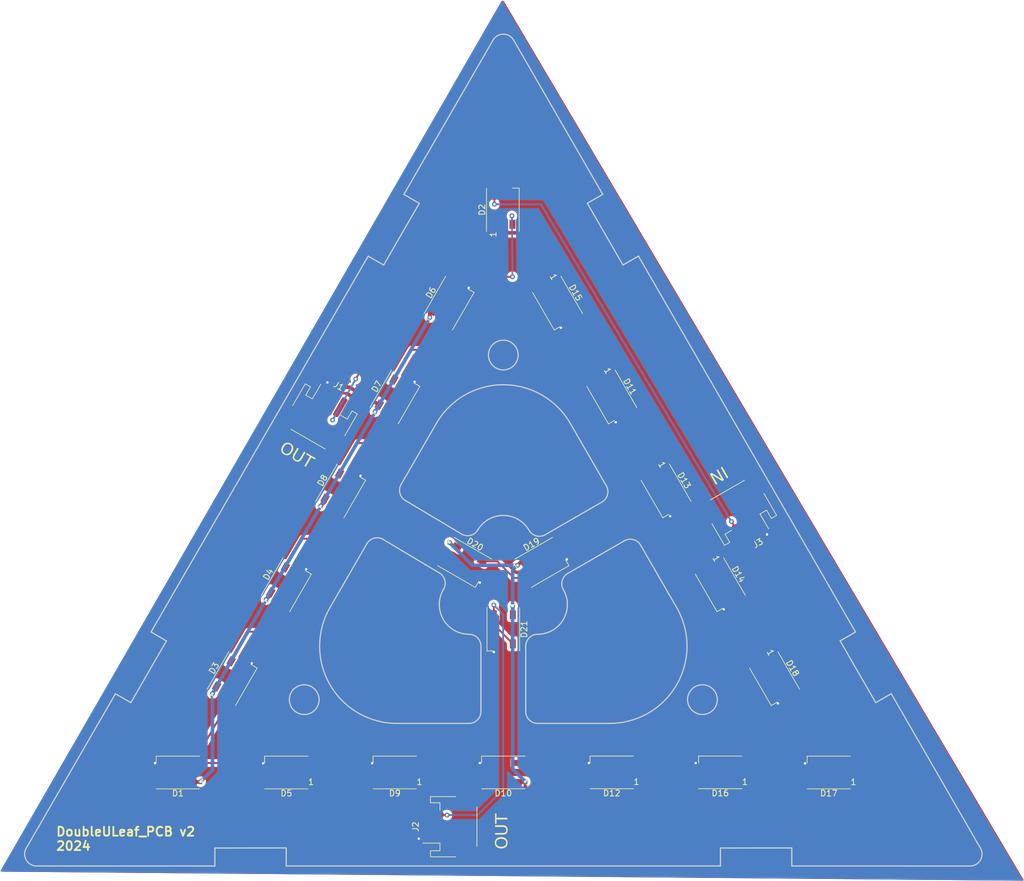
<source format=kicad_pcb>
(kicad_pcb
	(version 20240108)
	(generator "pcbnew")
	(generator_version "8.0")
	(general
		(thickness 1.6)
		(legacy_teardrops no)
	)
	(paper "A4")
	(layers
		(0 "F.Cu" signal)
		(31 "B.Cu" signal)
		(32 "B.Adhes" user "B.Adhesive")
		(33 "F.Adhes" user "F.Adhesive")
		(34 "B.Paste" user)
		(35 "F.Paste" user)
		(36 "B.SilkS" user "B.Silkscreen")
		(37 "F.SilkS" user "F.Silkscreen")
		(38 "B.Mask" user)
		(39 "F.Mask" user)
		(40 "Dwgs.User" user "User.Drawings")
		(41 "Cmts.User" user "User.Comments")
		(42 "Eco1.User" user "User.Eco1")
		(43 "Eco2.User" user "User.Eco2")
		(44 "Edge.Cuts" user)
		(45 "Margin" user)
		(46 "B.CrtYd" user "B.Courtyard")
		(47 "F.CrtYd" user "F.Courtyard")
		(48 "B.Fab" user)
		(49 "F.Fab" user)
		(50 "User.1" user)
		(51 "User.2" user)
		(52 "User.3" user)
		(53 "User.4" user)
		(54 "User.5" user)
		(55 "User.6" user)
		(56 "User.7" user)
		(57 "User.8" user)
		(58 "User.9" user)
	)
	(setup
		(stackup
			(layer "F.SilkS"
				(type "Top Silk Screen")
			)
			(layer "F.Paste"
				(type "Top Solder Paste")
			)
			(layer "F.Mask"
				(type "Top Solder Mask")
				(thickness 0.01)
			)
			(layer "F.Cu"
				(type "copper")
				(thickness 0.035)
			)
			(layer "dielectric 1"
				(type "core")
				(thickness 1.51)
				(material "FR4")
				(epsilon_r 4.5)
				(loss_tangent 0.02)
			)
			(layer "B.Cu"
				(type "copper")
				(thickness 0.035)
			)
			(layer "B.Mask"
				(type "Bottom Solder Mask")
				(thickness 0.01)
			)
			(layer "B.Paste"
				(type "Bottom Solder Paste")
			)
			(layer "B.SilkS"
				(type "Bottom Silk Screen")
			)
			(copper_finish "HAL lead-free")
			(dielectric_constraints no)
		)
		(pad_to_mask_clearance 0)
		(allow_soldermask_bridges_in_footprints no)
		(pcbplotparams
			(layerselection 0x00010fc_ffffffff)
			(plot_on_all_layers_selection 0x0000000_00000000)
			(disableapertmacros no)
			(usegerberextensions no)
			(usegerberattributes yes)
			(usegerberadvancedattributes yes)
			(creategerberjobfile yes)
			(dashed_line_dash_ratio 12.000000)
			(dashed_line_gap_ratio 3.000000)
			(svgprecision 4)
			(plotframeref no)
			(viasonmask no)
			(mode 1)
			(useauxorigin no)
			(hpglpennumber 1)
			(hpglpenspeed 20)
			(hpglpendiameter 15.000000)
			(pdf_front_fp_property_popups yes)
			(pdf_back_fp_property_popups yes)
			(dxfpolygonmode yes)
			(dxfimperialunits yes)
			(dxfusepcbnewfont yes)
			(psnegative no)
			(psa4output no)
			(plotreference yes)
			(plotvalue yes)
			(plotfptext yes)
			(plotinvisibletext no)
			(sketchpadsonfab no)
			(subtractmaskfromsilk no)
			(outputformat 1)
			(mirror no)
			(drillshape 1)
			(scaleselection 1)
			(outputdirectory "")
		)
	)
	(net 0 "")
	(net 1 "GND")
	(net 2 "DIN")
	(net 3 "+5V")
	(net 4 "Net-(D1-DOUT)")
	(net 5 "Net-(D2-DOUT)")
	(net 6 "DOUT")
	(net 7 "Net-(D5-DOUT)")
	(net 8 "Net-(D6-DOUT)")
	(net 9 "Net-(D7-DOUT)")
	(net 10 "Net-(D10-DIN)")
	(net 11 "Net-(D1-DIN)")
	(net 12 "Net-(D3-DIN)")
	(net 13 "Net-(D4-DIN)")
	(net 14 "Net-(D10-DOUT)")
	(net 15 "Net-(D11-DOUT)")
	(net 16 "Net-(D11-DIN)")
	(net 17 "Net-(D12-DOUT)")
	(net 18 "Net-(D13-DIN)")
	(net 19 "Net-(D14-DIN)")
	(net 20 "Net-(D15-DOUT)")
	(net 21 "Net-(D16-DOUT)")
	(net 22 "Net-(D17-DOUT)")
	(net 23 "Net-(D19-DOUT)")
	(net 24 "Net-(D20-DOUT)")
	(footprint "Connector_JST:JST_PH_S3B-PH-SM4-TB_1x03-1MP_P2.00mm_Horizontal" (layer "F.Cu") (at 114.14 84.35 -30))
	(footprint "LED_SMD:LED_WS2812B_PLCC4_5.0x5.0mm_P3.2mm" (layer "F.Cu") (at 117.358082 96.960079 60))
	(footprint "LED_SMD:LED_WS2812B_PLCC4_5.0x5.0mm_P3.2mm" (layer "F.Cu") (at 144.726905 144.349441 180))
	(footprint "LED_SMD:LED_WS2812B_PLCC4_5.0x5.0mm_P3.2mm" (layer "F.Cu") (at 181.224655 112.758563 -60))
	(footprint "LED_SMD:LED_WS2812B_PLCC4_5.0x5.0mm_P3.2mm" (layer "F.Cu") (at 190.349004 128.559283 -60))
	(footprint "Connector_JST:JST_PH_S3B-PH-SM4-TB_1x03-1MP_P2.00mm_Horizontal" (layer "F.Cu") (at 184.66 100.75 -150))
	(footprint "LED_SMD:LED_WS2812B_PLCC4_5.0x5.0mm_P3.2mm" (layer "F.Cu") (at 108.234907 144.359465 180))
	(footprint "LED_SMD:LED_WS2812B_PLCC4_5.0x5.0mm_P3.2mm" (layer "F.Cu") (at 181.218904 144.339417 180))
	(footprint "LED_SMD:LED_WS2812B_PLCC4_5.0x5.0mm_P3.2mm" (layer "F.Cu") (at 199.479781 144.360165 180))
	(footprint "LED_SMD:LED_WS2812B_PLCC4_5.0x5.0mm_P3.2mm" (layer "F.Cu") (at 126.480906 144.354453 180))
	(footprint "LED_SMD:LED_WS2812B_PLCC4_5.0x5.0mm_P3.2mm" (layer "F.Cu") (at 172.103519 96.957924 -60))
	(footprint "LED_SMD:LED_WS2812B_PLCC4_5.0x5.0mm_P3.2mm" (layer "F.Cu") (at 126.481141 81.158613 60))
	(footprint "LED_SMD:LED_WS2812B_PLCC4_5.0x5.0mm_P3.2mm" (layer "F.Cu") (at 153.851607 65.356402 -60))
	(footprint "LED_SMD:LED_WS2812B_PLCC4_5.0x5.0mm_P3.2mm" (layer "F.Cu") (at 135.604199 65.357147 60))
	(footprint "LED_SMD:LED_WS2812B_PLCC4_5.0x5.0mm_P3.2mm" (layer "F.Cu") (at 89.988907 144.364477 180))
	(footprint "LED_SMD:LED_WS2812B_PLCC4_5.0x5.0mm_P3.2mm" (layer "F.Cu") (at 144.653 49.657 90))
	(footprint "LED_SMD:LED_WS2812B_PLCC4_5.0x5.0mm_P3.2mm" (layer "F.Cu") (at 151.229686 108.996032 30))
	(footprint "LED_SMD:LED_WS2812B_PLCC4_5.0x5.0mm_P3.2mm" (layer "F.Cu") (at 162.972905 144.344429 180))
	(footprint "LED_SMD:LED_WS2812B_PLCC4_5.0x5.0mm_P3.2mm" (layer "F.Cu") (at 144.730146 120.254627 -90))
	(footprint "Connector_JST:JST_PH_S3B-PH-SM4-TB_1x03-1MP_P2.00mm_Horizontal" (layer "F.Cu") (at 135.78 153.49 90))
	(footprint "LED_SMD:LED_WS2812B_PLCC4_5.0x5.0mm_P3.2mm" (layer "F.Cu") (at 108.235024 112.761545 60))
	(footprint "LED_SMD:LED_WS2812B_PLCC4_5.0x5.0mm_P3.2mm" (layer "F.Cu") (at 138.229686 108.996562 -30))
	(footprint "LED_SMD:LED_WS2812B_PLCC4_5.0x5.0mm_P3.2mm" (layer "F.Cu") (at 162.975956 81.157122 -60))
	(footprint "LED_SMD:LED_WS2812B_PLCC4_5.0x5.0mm_P3.2mm" (layer "F.Cu") (at 99.111966 128.563011 60))
	(gr_arc
		(start 154.825278 113.589945)
		(mid 154.624456 112.07595)
		(end 155.550772 110.861681)
		(stroke
			(width 0.2)
			(type default)
		)
		(layer "Dwgs.User")
		(uuid "00efad89-f4a1-4b24-8bd1-25a2d4ad8916")
	)
	(gr_line
		(start 133.467319 85.596878)
		(end 127.537971 95.866808)
		(stroke
			(width 0.2)
			(type default)
		)
		(layer "Dwgs.User")
		(uuid "01149bd3-051a-4c4e-9cae-4c773d962785")
	)
	(gr_circle
		(center 162.968154 81.157522)
		(end 160.468154 81.157522)
		(stroke
			(width 0.2)
			(type default)
		)
		(fill none)
		(layer "Dwgs.User")
		(uuid "01270e45-b238-48c7-9386-1f5304bf6edc")
	)
	(gr_line
		(start 108.212751 157.083772)
		(end 108.213564 160.083772)
		(stroke
			(width 0.2)
			(type default)
		)
		(layer "Dwgs.User")
		(uuid "0ae81897-e918-4b9b-84c2-f5ae20fe2169")
	)
	(gr_arc
		(start 140.44835 103.505375)
		(mid 139.219353 104.441087)
		(end 137.690284 104.222148)
		(stroke
			(width 0.2)
			(type default)
		)
		(layer "Dwgs.User")
		(uuid "0b3dbac8-543b-49fd-8455-f7af316b4e49")
	)
	(gr_line
		(start 140.956149 134.0899)
		(end 140.956149 123.085201)
		(stroke
			(width 0.2)
			(type default)
		)
		(layer "Dwgs.User")
		(uuid "0ca60817-7e0e-4149-8125-24e5be83811f")
	)
	(gr_line
		(start 151.787753 104.328969)
		(end 161.314166 98.828892)
		(stroke
			(width 0.2)
			(type default)
		)
		(layer "Dwgs.User")
		(uuid "0fde8232-36b5-40ac-9612-6d39e3b3e17b")
	)
	(gr_line
		(start 173.877791 116.589865)
		(end 167.812681 106.084787)
		(stroke
			(width 0.2)
			(type default)
		)
		(layer "Dwgs.User")
		(uuid "134c5d29-0a76-4afd-bb5b-c9e3b480dbd0")
	)
	(gr_arc
		(start 150.4952 136.089945)
		(mid 149.080955 135.504145)
		(end 148.495155 134.0899)
		(stroke
			(width 0.2)
			(type default)
		)
		(layer "Dwgs.User")
		(uuid "1d046b35-95d6-4e1f-a950-f2a32415f721")
	)
	(gr_arc
		(start 165.083621 105.357886)
		(mid 166.598375 105.157338)
		(end 167.812681 106.084787)
		(stroke
			(width 0.2)
			(type default)
		)
		(layer "Dwgs.User")
		(uuid "1e16ce6b-a11c-4569-9e07-0eff1fd1e163")
	)
	(gr_line
		(start 148.495151 123.0899)
		(end 148.495151 134.0899)
		(stroke
			(width 0.2)
			(type default)
		)
		(layer "Dwgs.User")
		(uuid "22d7b910-9181-4ef0-89f7-46c6b513b94c")
	)
	(gr_line
		(start 224.973295 157.089874)
		(end 146.448451 21.080854)
		(stroke
			(width 0.2)
			(type default)
		)
		(layer "Dwgs.User")
		(uuid "2abfaf6a-3557-42d7-9693-6e227f058b4b")
	)
	(gr_arc
		(start 154.825278 113.589945)
		(mid 154.825255 118.589895)
		(end 150.495151 121.089945)
		(stroke
			(width 0.2)
			(type default)
		)
		(layer "Dwgs.User")
		(uuid "2cf0d97f-7f03-452e-af7f-f7f88cd4af5d")
	)
	(gr_circle
		(center 108.227107 144.359865)
		(end 105.727107 144.359865)
		(stroke
			(width 0.2)
			(type default)
		)
		(fill none)
		(layer "Dwgs.User")
		(uuid "2f23d608-351f-4715-ab71-8fc50d498439")
	)
	(gr_arc
		(start 138.956149 121.089945)
		(mid 134.617746 118.575613)
		(end 134.642521 113.561366)
		(stroke
			(width 0.2)
			(type default)
		)
		(layer "Dwgs.User")
		(uuid "32603773-01c3-406b-9d3a-7c24b126ab13")
	)
	(gr_arc
		(start 142.993599 21.096877)
		(mid 144.716424 20.096917)
		(end 146.448451 21.080854)
		(stroke
			(width 0.2)
			(type default)
		)
		(layer "Dwgs.User")
		(uuid "337e3a92-f063-4d2c-8a6b-106ce002c9bb")
	)
	(gr_line
		(start 89.981016 144.365034)
		(end 199.471981 144.360565)
		(stroke
			(width 0.2)
			(type default)
		)
		(layer "Dwgs.User")
		(uuid "3822d492-2c10-4e21-be9e-7bd712135eac")
	)
	(gr_line
		(start 162.046192 96.096934)
		(end 155.983982 85.596879)
		(stroke
			(width 0.2)
			(type default)
		)
		(layer "Dwgs.User")
		(uuid "38aa6a5a-44fe-4916-b604-c10af50e3cb1")
	)
	(gr_line
		(start 140.44835 103.505375)
		(end 140.395505 103.596908)
		(stroke
			(width 0.2)
			(type default)
		)
		(layer "Dwgs.User")
		(uuid "3cbb71be-3ab9-4e1c-8faf-18ee314407b7")
	)
	(gr_line
		(start 89.981107 144.364877)
		(end 172.08828 96.945443)
		(stroke
			(width 0.2)
			(type default)
		)
		(layer "Dwgs.User")
		(uuid "3d4fe545-cbcc-470c-ac18-d1a62d341111")
	)
	(gr_arc
		(start 121.771439 105.854736)
		(mid 122.993614 104.920783)
		(end 124.517404 105.130645)
		(stroke
			(width 0.2)
			(type default)
		)
		(layer "Dwgs.User")
		(uuid "3e8c8012-188b-4e11-996e-6c27e1925cb7")
	)
	(gr_arc
		(start 140.395505 103.596908)
		(mid 144.725632 101.096878)
		(end 149.055777 103.596876)
		(stroke
			(width 0.2)
			(type default)
		)
		(layer "Dwgs.User")
		(uuid "3ff24315-cd74-4259-9b1b-9be79089b0a3")
	)
	(gr_circle
		(center 151.221886 108.996432)
		(end 148.721886 108.996432)
		(stroke
			(width 0.2)
			(type default)
		)
		(fill none)
		(layer "Dwgs.User")
		(uuid "40b7e08e-4cab-4d4f-9ac0-1d5ab77310c6")
	)
	(gr_line
		(start 144.719457 49.556082)
		(end 144.723646 152.174999)
		(stroke
			(width 0.2)
			(type default)
		)
		(layer "Dwgs.User")
		(uuid "411c310d-8732-46af-87e7-dd8fa23adb79")
	)
	(gr_arc
		(start 138.956149 121.089945)
		(mid 140.368643 121.674098)
		(end 140.956149 123.085201)
		(stroke
			(width 0.2)
			(type default)
		)
		(layer "Dwgs.User")
		(uuid "420f5d5b-d4e8-489c-ab36-7f4017e5b212")
	)
	(gr_arc
		(start 173.877791 116.589865)
		(mid 173.884285 129.578673)
		(end 162.6454 136.089945)
		(stroke
			(width 0.2)
			(type default)
		)
		(layer "Dwgs.User")
		(uuid "428916a2-266c-47ee-89b0-e952dc97da8f")
	)
	(gr_line
		(start 193.252312 160.06467)
		(end 193.251743 157.06467)
		(stroke
			(width 0.2)
			(type default)
		)
		(layer "Dwgs.User")
		(uuid "45761a51-af1f-4fae-99cf-b748e27a7363")
	)
	(gr_line
		(start 142.993599 21.096877)
		(end 64.477964 157.089945)
		(stroke
			(width 0.2)
			(type default)
		)
		(layer "Dwgs.User")
		(uuid "4dd26f21-ba43-4bd3-9f95-3e4d49e96522")
	)
	(gr_line
		(start 111.237578 132.092026)
		(end 178.213185 132.089293)
		(stroke
			(width 0.2)
			(type default)
		)
		(layer "Dwgs.User")
		(uuid "51bec43a-9025-4c05-b608-842b33d8e35d")
	)
	(gr_line
		(start 88.07604 122.216878)
		(end 85.477964 120.716878)
		(stroke
			(width 0.2)
			(type default)
		)
		(layer "Dwgs.User")
		(uuid "52d91939-e512-41e7-90f3-5694b5b4ae6e")
	)
	(gr_line
		(start 126.8318 136.089945)
		(end 138.9561 136.089945)
		(stroke
			(width 0.2)
			(type default)
		)
		(layer "Dwgs.User")
		(uuid "544a4e71-6cef-4e2a-9adc-2e09281d91a4")
	)
	(gr_line
		(start 144.721075 74.097404)
		(end 111.237578 132.092026)
		(stroke
			(width 0.2)
			(type default)
		)
		(layer "Dwgs.User")
		(uuid "584dfa69-b043-4863-a196-d3df7161a8c4")
	)
	(gr_line
		(start 161.444787 47.067822)
		(end 158.846711 48.567823)
		(stroke
			(width 0.2)
			(type default)
		)
		(layer "Dwgs.User")
		(uuid "5c45d0d1-f26c-4039-a1b8-6e543390ba17")
	)
	(gr_line
		(start 172.08828 96.945443)
		(end 172.092502 96.958243)
		(stroke
			(width 0.2)
			(type default)
		)
		(layer "Dwgs.User")
		(uuid "5ccf2853-7982-4f4e-a83f-0b5ad9724c33")
	)
	(gr_line
		(start 79.637029 114.566153)
		(end 89.279376 120.13264)
		(stroke
			(width 0.2)
			(type default)
		)
		(layer "Dwgs.User")
		(uuid "5d5cbc88-122e-4006-b976-e09755a92b79")
	)
	(gr_circle
		(center 89.981107 144.364877)
		(end 87.481107 144.364877)
		(stroke
			(width 0.2)
			(type default)
		)
		(fill none)
		(layer "Dwgs.User")
		(uuid "5e528219-36ca-4a0d-b766-bac052b77130")
	)
	(gr_line
		(start 138.221886 108.996962)
		(end 144.722343 120.255027)
		(stroke
			(width 0.2)
			(type default)
		)
		(layer "Dwgs.User")
		(uuid "656ef2f4-21c2-4659-bd59-745f0f87b7d7")
	)
	(gr_circle
		(center 153.843805 65.356802)
		(end 151.343805 65.356802)
		(stroke
			(width 0.2)
			(type default)
		)
		(fill none)
		(layer "Dwgs.User")
		(uuid "66b7fbb0-4cb0-4464-84d1-a6de182b5883")
	)
	(gr_arc
		(start 133.467319 85.596878)
		(mid 144.725651 79.096878)
		(end 155.983982 85.596879)
		(stroke
			(width 0.2)
			(type default)
		)
		(layer "Dwgs.User")
		(uuid "671a75a5-38dd-43d2-923d-e7c0dbd387d3")
	)
	(gr_line
		(start 82.07604 132.609182)
		(end 88.07604 122.216878)
		(stroke
			(width 0.2)
			(type default)
		)
		(layer "Dwgs.User")
		(uuid "69117f8c-28ef-4ce2-9754-c8e0c7a7cd03")
	)
	(gr_line
		(start 148.495155 134.0899)
		(end 148.495151 134.0899)
		(stroke
			(width 0.2)
			(type default)
		)
		(layer "Dwgs.User")
		(uuid "6c6021de-778c-4b69-9339-45ba44ded04c")
	)
	(gr_line
		(start 74.857842 122.199208)
		(end 81.850461 126.236018)
		(stroke
			(width 0.2)
			(type default)
		)
		(layer "Dwgs.User")
		(uuid "6edd1e0a-ef86-49a9-ae52-ba85164c1155")
	)
	(gr_arc
		(start 66.21 160.089945)
		(mid 64.477983 159.089949)
		(end 64.477964 157.089945)
		(stroke
			(width 0.2)
			(type default)
		)
		(layer "Dwgs.User")
		(uuid "72bec85d-2803-4fc7-8eef-77374d921385")
	)
	(gr_circle
		(center 144.722343 120.255027)
		(end 142.222343 120.255027)
		(stroke
			(width 0.2)
			(type default)
		)
		(fill none)
		(layer "Dwgs.User")
		(uuid "747034b5-2478-491a-bf26-6ef7e898e962")
	)
	(gr_line
		(start 178.213185 132.089293)
		(end 144.721075 74.097404)
		(stroke
			(width 0.2)
			(type default)
		)
		(layer "Dwgs.User")
		(uuid "7599e2ee-f1b3-42e6-9204-dfb9c7d70b8f")
	)
	(gr_arc
		(start 133.972773 110.781657)
		(mid 134.880928 111.989624)
		(end 134.684807 113.488125)
		(stroke
			(width 0.2)
			(type default)
		)
		(layer "Dwgs.User")
		(uuid "78f7032b-75fe-4fb3-a7e5-adf0688070b8")
	)
	(gr_arc
		(start 140.956149 134.0899)
		(mid 140.370348 135.504148)
		(end 138.9561 136.089945)
		(stroke
			(width 0.2)
			(type default)
		)
		(layer "Dwgs.User")
		(uuid "79931e26-4886-48ea-aadf-48261401ee69")
	)
	(gr_line
		(start 95.939851 102.596358)
		(end 98.055637 103.817908)
		(stroke
			(width 0.2)
			(type default)
		)
		(layer "Dwgs.User")
		(uuid "7b415a77-38da-43e7-b25a-6b54b9509de6")
	)
	(gr_line
		(start 164.846715 58.960126)
		(end 167.444791 57.460125)
		(stroke
			(width 0.2)
			(type default)
		)
		(layer "Dwgs.User")
		(uuid "7eadde84-f069-49d2-a239-ecc05d4e6644")
	)
	(gr_line
		(start 96.213565 160.087024)
		(end 96.212752 157.087024)
		(stroke
			(width 0.2)
			(type default)
		)
		(layer "Dwgs.User")
		(uuid "80760b33-2692-4a17-a753-2eea1324ef90")
	)
	(gr_arc
		(start 162.046192 96.096934)
		(mid 162.245986 97.614521)
		(end 161.314166 98.828892)
		(stroke
			(width 0.2)
			(type default)
		)
		(layer "Dwgs.User")
		(uuid "82ddab6d-80b9-4243-b0ec-bd7059e5ba26")
	)
	(gr_line
		(start 209.967607 131.103856)
		(end 207.369654 132.604068)
		(stroke
			(width 0.2)
			(type default)
		)
		(layer "Dwgs.User")
		(uuid "860fd81b-5179-4276-8702-8f0bbcea3c77")
	)
	(gr_arc
		(start 224.973295 157.089874)
		(mid 224.974519 159.087803)
		(end 223.246099 160.089945)
		(stroke
			(width 0.2)
			(type default)
		)
		(layer "Dwgs.User")
		(uuid "878855ab-e328-46aa-a690-a168845d8ffc")
	)
	(gr_line
		(start 133.972773 110.781657)
		(end 124.517404 105.130645)
		(stroke
			(width 0.2)
			(type default)
		)
		(layer "Dwgs.User")
		(uuid "89b72961-3517-4d6b-92fe-12b14d1e2afc")
	)
	(gr_circle
		(center 144.719105 144.349841)
		(end 142.219105 144.349841)
		(stroke
			(width 0.2)
			(type default)
		)
		(fill none)
		(layer "Dwgs.User")
		(uuid "8b11b97a-b3e8-4ef8-9226-a83bba3fd651")
	)
	(gr_line
		(start 144.719457 49.556082)
		(end 89.981016 144.365034)
		(stroke
			(width 0.2)
			(type default)
		)
		(layer "Dwgs.User")
		(uuid "918cb133-3bb6-49d3-a290-706bbcdbbb79")
	)
	(gr_circle
		(center 144.719457 49.556082)
		(end 142.219457 49.556082)
		(stroke
			(width 0.2)
			(type default)
		)
		(fill none)
		(layer "Dwgs.User")
		(uuid "92a92ed7-a1b9-4276-9d4f-cddd05f8ee89")
	)
	(gr_circle
		(center 117.350282 96.960479)
		(end 114.850282 96.960479)
		(stroke
			(width 0.2)
			(type default)
		)
		(fill none)
		(layer "Dwgs.User")
		(uuid "962e385d-9d98-4700-a1d6-5050512cbb7b")
	)
	(gr_line
		(start 193.251743 157.06467)
		(end 181.251743 157.066947)
		(stroke
			(width 0.2)
			(type default)
		)
		(layer "Dwgs.User")
		(uuid "9a012494-b45e-4fcd-b75c-44e4196f483e")
	)
	(gr_line
		(start 96.212752 157.087024)
		(end 108.212751 157.083772)
		(stroke
			(width 0.2)
			(type default)
		)
		(layer "Dwgs.User")
		(uuid "9a4cd1c8-491c-4d2d-a6c3-061e19c1795a")
	)
	(gr_line
		(start 207.369654 132.604068)
		(end 201.368805 122.212253)
		(stroke
			(width 0.2)
			(type default)
		)
		(layer "Dwgs.User")
		(uuid "9c2d7e43-913c-4f2c-baf8-30cafdc9203b")
	)
	(gr_line
		(start 144.722343 120.255027)
		(end 151.221886 108.996432)
		(stroke
			(width 0.2)
			(type default)
		)
		(layer "Dwgs.User")
		(uuid "9d80926b-7252-4130-9421-f2ee55626529")
	)
	(gr_line
		(start 121.771439 105.854736)
		(end 115.573463 116.589945)
		(stroke
			(width 0.2)
			(type default)
		)
		(layer "Dwgs.User")
		(uuid "9df79726-cb7b-47e3-8270-a5520f48c726")
	)
	(gr_line
		(start 79.477964 131.109182)
		(end 82.07604 132.609182)
		(stroke
			(width 0.2)
			(type default)
		)
		(layer "Dwgs.User")
		(uuid "9ef6e84c-82ac-4605-b1a6-629f15253ad7")
	)
	(gr_line
		(start 144.722037 112.750296)
		(end 72.421037 71.011212)
		(stroke
			(width 0.2)
			(type default)
		)
		(layer "Dwgs.User")
		(uuid "a154dc24-d58f-4e74-8d07-1e956902c680")
	)
	(gr_circle
		(center 162.965105 144.344829)
		(end 160.465105 144.344829)
		(stroke
			(width 0.2)
			(type default)
		)
		(fill none)
		(layer "Dwgs.User")
		(uuid "a5ea4601-3bfa-4a0b-adbf-20b011a951cf")
	)
	(gr_circle
		(center 138.221886 108.996962)
		(end 135.721886 108.996962)
		(stroke
			(width 0.2)
			(type default)
		)
		(fill none)
		(layer "Dwgs.User")
		(uuid "a672343c-8ee3-475f-975a-fabe7c928bc5")
	)
	(gr_circle
		(center 144.720459 74.097484)
		(end 142.220459 74.097484)
		(stroke
			(width 0.2)
			(type default)
		)
		(fill none)
		(layer "Dwgs.User")
		(uuid "a6cb19fd-8f73-49c4-bf58-0643ccf86d82")
	)
	(gr_circle
		(center 199.471981 144.360565)
		(end 196.971981 144.360565)
		(stroke
			(width 0.2)
			(type default)
		)
		(fill none)
		(layer "Dwgs.User")
		(uuid "a7c1cc7d-3fba-429b-b72c-b7cf0e78e70a")
	)
	(gr_circle
		(center 126.473106 144.354853)
		(end 123.973106 144.354853)
		(stroke
			(width 0.2)
			(type default)
		)
		(fill none)
		(layer "Dwgs.User")
		(uuid "a9bdbf06-2ea3-4084-9ac7-256b701d1fcd")
	)
	(gr_circle
		(center 135.596399 65.357547)
		(end 133.096399 65.357547)
		(stroke
			(width 0.2)
			(type default)
		)
		(fill none)
		(layer "Dwgs.User")
		(uuid "a9ea9bb6-9bfa-4cb2-8244-009412ca6adb")
	)
	(gr_line
		(start 127.993924 47.069188)
		(end 130.592122 48.568977)
		(stroke
			(width 0.2)
			(type default)
		)
		(layer "Dwgs.User")
		(uuid "afd45648-a359-4c26-81ec-4bfe821f30e6")
	)
	(gr_arc
		(start 148.495151 123.0899)
		(mid 149.080941 121.675704)
		(end 150.495151 121.089945)
		(stroke
			(width 0.2)
			(type default)
		)
		(layer "Dwgs.User")
		(uuid "b0937a12-4c28-43bb-9e78-cd38c80e5a27")
	)
	(gr_circle
		(center 144.721075 74.097404)
		(end 142.221075 74.097404)
		(stroke
			(width 0.2)
			(type default)
		)
		(fill none)
		(layer "Dwgs.User")
		(uuid "b4d7539b-4a65-4d6c-b30f-c12e047359d1")
	)
	(gr_line
		(start 144.720459 74.097484)
		(end 144.721075 74.097404)
		(stroke
			(width 0.2)
			(type default)
		)
		(layer "Dwgs.User")
		(uuid "b5b8f1a1-eba4-4e0b-8903-451d95f8acae")
	)
	(gr_circle
		(center 126.473341 81.159013)
		(end 123.973341 81.159013)
		(stroke
			(width 0.2)
			(type default)
		)
		(fill none)
		(layer "Dwgs.User")
		(uuid "b677c870-4b17-4b47-bbe4-1fe8451110a2")
	)
	(gr_line
		(start 181.251743 157.066947)
		(end 181.252313 160.066947)
		(stroke
			(width 0.2)
			(type default)
		)
		(layer "Dwgs.User")
		(uuid "ba35f1fd-8033-4bb2-a4db-96d5e8da733f")
	)
	(gr_line
		(start 128.246983 98.578348)
		(end 137.690284 104.222148)
		(stroke
			(width 0.2)
			(type default)
		)
		(layer "Dwgs.User")
		(uuid "bc905bc4-6612-47c1-9a1d-48434f0dd3a7")
	)
	(gr_circle
		(center 99.104166 128.563411)
		(end 96.604166 128.563411)
		(stroke
			(width 0.2)
			(type default)
		)
		(fill none)
		(layer "Dwgs.User")
		(uuid "c0e8c9fb-3c76-46f4-84e9-5ac882b7eb70")
	)
	(gr_line
		(start 150.4952 136.089945)
		(end 162.6454 136.089945)
		(stroke
			(width 0.2)
			(type default)
		)
		(layer "Dwgs.User")
		(uuid "c11ee3b6-264b-4b9f-bdfb-fdbf57d91023")
	)
	(gr_line
		(start 201.368805 122.212253)
		(end 203.966759 120.712041)
		(stroke
			(width 0.2)
			(type default)
		)
		(layer "Dwgs.User")
		(uuid "c131f28f-5564-4c5c-a16e-bee66a28593f")
	)
	(gr_arc
		(start 128.246983 98.578348)
		(mid 127.33807 97.367544)
		(end 127.537971 95.866808)
		(stroke
			(width 0.2)
			(type default)
		)
		(layer "Dwgs.User")
		(uuid "c670d9cf-dc0a-4dc5-bab6-de92b20f838b")
	)
	(gr_line
		(start 130.592122 48.568977)
		(end 124.592967 58.961769)
		(stroke
			(width 0.2)
			(type default)
		)
		(layer "Dwgs.User")
		(uuid "c9cb8b6c-c55b-4cb7-b960-f35d43efd9c8")
	)
	(gr_arc
		(start 126.8318 136.089945)
		(mid 115.573506 129.589953)
		(end 115.573463 116.589945)
		(stroke
			(width 0.2)
			(type default)
		)
		(layer "Dwgs.User")
		(uuid "cec8e2e7-26fc-4b3d-9ff3-b3da4c471d82")
	)
	(gr_line
		(start 158.846711 48.567823)
		(end 164.846715 58.960126)
		(stroke
			(width 0.2)
			(type default)
		)
		(layer "Dwgs.User")
		(uuid "ced6e54d-f520-45ce-bfd0-b1dbd7c5de0c")
	)
	(gr_circle
		(center 190.341198 128.559683)
		(end 187.841198 128.559683)
		(stroke
			(width 0.2)
			(type default)
		)
		(fill none)
		(layer "Dwgs.User")
		(uuid "d2713482-3a30-4377-908b-9f1697c0480c")
	)
	(gr_line
		(start 151.221886 108.996432)
		(end 138.221886 108.996962)
		(stroke
			(width 0.2)
			(type default)
		)
		(layer "Dwgs.User")
		(uuid "d2718654-b0e1-4008-8b6d-f360cc74434b")
	)
	(gr_circle
		(center 181.21685 112.758963)
		(end 178.71685 112.758963)
		(stroke
			(width 0.2)
			(type default)
		)
		(fill none)
		(layer "Dwgs.User")
		(uuid "d54e3a48-d30b-485f-b4fe-6be8a4248ff5")
	)
	(gr_line
		(start 66.21 160.089945)
		(end 223.246099 160.089945)
		(stroke
			(width 0.2)
			(type default)
		)
		(layer "Dwgs.User")
		(uuid "d74a091a-6fab-428b-b4c4-6af6427fadd5")
	)
	(gr_circle
		(center 181.211104 144.339817)
		(end 178.711104 144.339817)
		(stroke
			(width 0.2)
			(type default)
		)
		(fill none)
		(layer "Dwgs.User")
		(uuid "e1f498e7-cd12-4c11-b79f-f4abd03d738a")
	)
	(gr_circle
		(center 172.092502 96.958243)
		(end 169.592502 96.958243)
		(stroke
			(width 0.2)
			(type default)
		)
		(fill none)
		(layer "Dwgs.User")
		(uuid "e52aa5eb-c54d-4103-acbe-f5ae07a85396")
	)
	(gr_line
		(start 134.642521 113.561366)
		(end 134.684807 113.488125)
		(stroke
			(width 0.2)
			(type default)
		)
		(layer "Dwgs.User")
		(uuid "e6bb19c2-5532-40a8-9047-f84889643eb4")
	)
	(gr_line
		(start 142.221075 74.097404)
		(end 142.220459 74.097484)
		(stroke
			(width 0.2)
			(type default)
		)
		(layer "Dwgs.User")
		(uuid "e87a6309-2d3b-4763-8788-56b262c5c3b2")
	)
	(gr_line
		(start 199.471981 144.360565)
		(end 144.719457 49.556082)
		(stroke
			(width 0.2)
			(type default)
		)
		(layer "Dwgs.User")
		(uuid "ec607d39-2bb5-41f5-860d-b436f124de27")
	)
	(gr_circle
		(center 178.213185 132.089293)
		(end 175.713185 132.089293)
		(stroke
			(width 0.2)
			(type default)
		)
		(fill none)
		(layer "Dwgs.User")
		(uuid "f0bf82a7-756f-4034-8796-4a5e05e0cce8")
	)
	(gr_line
		(start 165.083621 105.357886)
		(end 155.550772 110.861681)
		(stroke
			(width 0.2)
			(type default)
		)
		(layer "Dwgs.User")
		(uuid "f3b81d94-1795-45d3-9e73-9ba5ba7a3fd5")
	)
	(gr_line
		(start 124.592967 58.961769)
		(end 121.994769 57.46198)
		(stroke
			(width 0.2)
			(type default)
		)
		(layer "Dwgs.User")
		(uuid "f9d15e96-1ed5-4b0e-87bc-42917360f95d")
	)
	(gr_arc
		(start 151.787753 104.328969)
		(mid 150.270141 104.528748)
		(end 149.055777 103.596876)
		(stroke
			(width 0.2)
			(type default)
		)
		(layer "Dwgs.User")
		(uuid "fb4b1b37-69e9-4a5a-928f-335092c5c6c2")
	)
	(gr_circle
		(center 111.237578 132.092026)
		(end 108.737578 132.092026)
		(stroke
			(width 0.2)
			(type default)
		)
		(fill none)
		(layer "Dwgs.User")
		(uuid "fd7fc855-d5b0-4b72-80a4-8f2db841de74")
	)
	(gr_circle
		(center 108.227224 112.761945)
		(end 105.727224 112.761945)
		(stroke
			(width 0.2)
			(type default)
		)
		(fill none)
		(layer "Dwgs.User")
		(uuid "fdb33c17-0ff3-46df-b956-8944129b8162")
	)
	(gr_line
		(start 193.25 157.06)
		(end 193.25 160.09)
		(stroke
			(width 0.2)
			(type default)
		)
		(layer "Edge.Cuts")
		(uuid "0a2708d2-6df8-463e-986d-b7152e6f7363")
	)
	(gr_line
		(start 88.07 122.21)
		(end 82.08 132.6)
		(stroke
			(width 0.2)
			(type default)
		)
		(layer "Edge.Cuts")
		(uuid "0caecd9f-4116-43db-bdce-a29061a4f0a3")
	)
	(gr_line
		(start 130.595 48.57)
		(end 128.005 47.07)
		(stroke
			(width 0.2)
			(type default)
		)
		(layer "Edge.Cuts")
		(uuid "0dabd65b-8a19-4a16-89c7-08988ea52ddd")
	)
	(gr_arc
		(start 138.962736 121.094358)
		(mid 140.37695 121.680144)
		(end 140.962736 123.094358)
		(stroke
			(width 0.2)
			(type solid)
		)
		(layer "Edge.Cuts")
		(uuid "10b28d6c-1eba-4bcc-bd22-25b9d64c48ac")
	)
	(gr_line
		(start 148.501738 123.094358)
		(end 148.501738 134.094358)
		(stroke
			(width 0.2)
			(type solid)
		)
		(layer "Edge.Cuts")
		(uuid "115f64c7-d83e-4812-a97f-4f3226f3a93e")
	)
	(gr_line
		(start 207.37 132.6)
		(end 209.98 131.1)
		(stroke
			(width 0.2)
			(type default)
		)
		(layer "Edge.Cuts")
		(uuid "1c0be18f-24a5-4dc3-8bad-0cfa8102722d")
	)
	(gr_arc
		(start 154.831865 113.594358)
		(mid 154.831865 118.594358)
		(end 150.501738 121.094358)
		(stroke
			(width 0.2)
			(type solid)
		)
		(layer "Edge.Cuts")
		(uuid "1e8dd26f-19b4-422e-9d50-859d02df45b2")
	)
	(gr_line
		(start 162.052745 96.101289)
		(end 155.990567 85.601289)
		(stroke
			(width 0.2)
			(type solid)
		)
		(layer "Edge.Cuts")
		(uuid "1efbecc5-460d-4c91-82eb-178e93140744")
	)
	(gr_line
		(start 155.563916 110.862307)
		(end 165.090195 105.362307)
		(stroke
			(width 0.2)
			(type solid)
		)
		(layer "Edge.Cuts")
		(uuid "2047e222-dcfc-4057-8962-c428944dacc9")
	)
	(gr_arc
		(start 140.962736 134.094358)
		(mid 140.376949 135.508571)
		(end 138.962736 136.094358)
		(stroke
			(width 0.2)
			(type solid)
		)
		(layer "Edge.Cuts")
		(uuid "2311ea83-6b7c-47da-a397-80b13a1b7eee")
	)
	(gr_line
		(start 130.595 48.57)
		(end 124.605 58.96)
		(stroke
			(width 0.2)
			(type default)
		)
		(layer "Edge.Cuts")
		(uuid "2cf6f940-a3f5-4002-9dd6-43a8fda06a91")
	)
	(gr_line
		(start 108.21 157.06)
		(end 108.21 160.09)
		(stroke
			(width 0.2)
			(type default)
		)
		(layer "Edge.Cuts")
		(uuid "3017a29c-9533-4a9a-8cdf-61bd9d4b9ee8")
	)
	(gr_arc
		(start 165.090195 105.362307)
		(mid 166.607833 105.162506)
		(end 167.822246 106.094358)
		(stroke
			(width 0.2)
			(type solid)
		)
		(layer "Edge.Cuts")
		(uuid "31f4d7f0-0faa-4ce1-a69d-d50b735c9ab4")
	)
	(gr_arc
		(start 121.778065 105.859081)
		(mid 123.00707 104.923379)
		(end 124.53614 105.142319)
		(stroke
			(width 0.2)
			(type solid)
		)
		(layer "Edge.Cuts")
		(uuid "3961d64d-dfe0-4c3c-88b0-fcd15139b241")
	)
	(gr_arc
		(start 151.794415 104.333339)
		(mid 150.276777 104.53314)
		(end 149.062364 103.601289)
		(stroke
			(width 0.2)
			(type solid)
		)
		(layer "Edge.Cuts")
		(uuid "47f92e56-f3ea-418a-886d-9509dadc86bf")
	)
	(gr_line
		(start 96.21 157.07)
		(end 96.21 160.09)
		(stroke
			(width 0.2)
			(type default)
		)
		(layer "Edge.Cuts")
		(uuid "4901b00e-38f4-4ec8-aae2-9498599712f7")
	)
	(gr_arc
		(start 138.962736 121.094358)
		(mid 134.632609 118.594358)
		(end 134.632609 113.594358)
		(stroke
			(width 0.2)
			(type solid)
		)
		(layer "Edge.Cuts")
		(uuid "4a448f56-1d49-4f70-800b-5c6cadabd407")
	)
	(gr_line
		(start 133.979408 110.786099)
		(end 124.53614 105.142319)
		(stroke
			(width 0.2)
			(type solid)
		)
		(layer "Edge.Cuts")
		(uuid "4a92ab0d-503a-4005-be4f-10c6dcf87542")
	)
	(gr_arc
		(start 126.83838 136.094358)
		(mid 115.58005 129.594358)
		(end 115.58005 116.594358)
		(stroke
			(width 0.2)
			(type solid)
		)
		(layer "Edge.Cuts")
		(uuid "4d923028-d86e-4d4d-81b4-f3e51cd2d16b")
	)
	(gr_line
		(start 158.86 48.56)
		(end 164.85 58.95)
		(stroke
			(width 0.2)
			(type default)
		)
		(layer "Edge.Cuts")
		(uuid "4ef77812-292c-4f53-ad6c-965663173d08")
	)
	(gr_line
		(start 201.38 122.21)
		(end 203.97 120.71)
		(stroke
			(width 0.2)
			(type default)
		)
		(layer "Edge.Cuts")
		(uuid "512da7ca-b090-4a95-b2ce-6df9afbcf4b4")
	)
	(gr_line
		(start 126.83838 136.094358)
		(end 138.962736 136.094358)
		(stroke
			(width 0.2)
			(type solid)
		)
		(layer "Edge.Cuts")
		(uuid "51d92f11-6294-4bf6-88d9-59bae295c3c1")
	)
	(gr_arc
		(start 66.216602 160.094358)
		(mid 64.484551 159.094358)
		(end 64.484551 157.094358)
		(stroke
			(width 0.2)
			(type solid)
		)
		(layer "Edge.Cuts")
		(uuid "54abe8c8-bb0f-413e-b40b-c43ea6be9f86")
	)
	(gr_arc
		(start 140.40211 103.601289)
		(mid 144.732237 101.101289)
		(end 149.062364 103.601289)
		(stroke
			(width 0.2)
			(type solid)
		)
		(layer "Edge.Cuts")
		(uuid "54f24ad9-dea2-46ec-97d3-4d8781757197")
	)
	(gr_arc
		(start 140.454935 103.509792)
		(mid 139.225931 104.445495)
		(end 137.69686 104.226554)
		(stroke
			(width 0.2)
			(type solid)
		)
		(layer "Edge.Cuts")
		(uuid "5adfbd26-8de1-4e7f-98aa-dd3c1c810fd2")
	)
	(gr_line
		(start 121.778065 105.859081)
		(end 115.58005 116.594358)
		(stroke
			(width 0.2)
			(type solid)
		)
		(layer "Edge.Cuts")
		(uuid "66a080e4-2ea4-439c-98e5-7575ecd1c7ea")
	)
	(gr_line
		(start 140.962736 123.094358)
		(end 140.962736 134.094358)
		(stroke
			(width 0.2)
			(type solid)
		)
		(layer "Edge.Cuts")
		(uuid "6ae7ea5a-621b-4c24-9266-f6f2cc61a864")
	)
	(gr_line
		(start 150.501738 136.094358)
		(end 162.626094 136.094358)
		(stroke
			(width 0.2)
			(type solid)
		)
		(layer "Edge.Cuts")
		(uuid "6f1d86cd-b267-4920-880f-258a3223db53")
	)
	(gr_arc
		(start 128.253592 98.582774)
		(mid 127.343914 97.369058)
		(end 127.547566 95.866012)
		(stroke
			(width 0.2)
			(type solid)
		)
		(layer "Edge.Cuts")
		(uuid "77bae7b5-6950-4e7f-9162-b8cf9eeeafda")
	)
	(gr_circle
		(center 178.219772 132.093706)
		(end 180.719772 132.093706)
		(stroke
			(width 0.2)
			(type solid)
		)
		(fill none)
		(layer "Edge.Cuts")
		(uuid "7964b94a-4f42-47d8-9acd-71659cd10cfb")
	)
	(gr_line
		(start 193.25 157.06)
		(end 181.25 157.07)
		(stroke
			(width 0.2)
			(type default)
		)
		(layer "Edge.Cuts")
		(uuid "799ff25e-0125-46d9-a324-8292290aff1f")
	)
	(gr_line
		(start 173.884424 116.594358)
		(end 167.822246 106.094358)
		(stroke
			(width 0.2)
			(type solid)
		)
		(layer "Edge.Cuts")
		(uuid "7e350e0b-f3d0-4aeb-8525-a3bcdada6df9")
	)
	(gr_arc
		(start 162.052745 96.101289)
		(mid 162.252546 97.618927)
		(end 161.320694 98.833339)
		(stroke
			(width 0.2)
			(type solid)
		)
		(layer "Edge.Cuts")
		(uuid "84651f9a-feaa-4c99-8fb1-712c4edc4080")
	)
	(gr_arc
		(start 143.000186 21.101289)
		(mid 144.732237 20.101289)
		(end 146.464288 21.101289)
		(stroke
			(width 0.2)
			(type solid)
		)
		(layer "Edge.Cuts")
		(uuid "89d81046-90c2-41ce-a6fc-86b51c9f57b0")
	)
	(gr_line
		(start 88.07 122.21)
		(end 85.48 120.71)
		(stroke
			(width 0.2)
			(type default)
		)
		(layer "Edge.Cuts")
		(uuid "8ec65fa7-1d22-4084-9386-df6ce4e88265")
	)
	(gr_line
		(start 181.25 157.07)
		(end 181.25 160.09)
		(stroke
			(width 0.2)
			(type default)
		)
		(layer "Edge.Cuts")
		(uuid "8fd91812-5002-4c46-bc42-1b4f24b3cb9c")
	)
	(gr_arc
		(start 224.979923 157.094358)
		(mid 224.979923 159.094358)
		(end 223.247872 160.094358)
		(stroke
			(width 0.2)
			(type solid)
		)
		(layer "Edge.Cuts")
		(uuid "92ed92ae-658c-482a-bb1b-4d3db2ed91e5")
	)
	(gr_arc
		(start 150.501738 136.094358)
		(mid 149.087524 135.508572)
		(end 148.501738 134.094358)
		(stroke
			(width 0.2)
			(type solid)
		)
		(layer "Edge.Cuts")
		(uuid "9bc94a59-6dfb-4591-bc73-b308d34722d8")
	)
	(gr_line
		(start 151.794415 104.333339)
		(end 161.320694 98.833339)
		(stroke
			(width 0.2)
			(type solid)
		)
		(layer "Edge.Cuts")
		(uuid "9c5c8175-0dc1-4ea9-a6e8-306ef983405a")
	)
	(gr_line
		(start 181.25 160.09)
		(end 108.21 160.09)
		(stroke
			(width 0.2)
			(type solid)
		)
		(layer "Edge.Cuts")
		(uuid "9db83b9b-5d18-424a-a7e7-5f163be8ea97")
	)
	(gr_line
		(start 96.21 160.09)
		(end 66.216602 160.09)
		(stroke
			(width 0.2)
			(type solid)
		)
		(layer "Edge.Cuts")
		(uuid "9db83b9b-5d18-424a-a7e7-5f163be8ea97")
	)
	(gr_line
		(start 223.247872 160.094358)
		(end 193.25 160.09)
		(stroke
			(width 0.2)
			(type solid)
		)
		(layer "Edge.Cuts")
		(uuid "9db83b9b-5d18-424a-a7e7-5f163be8ea97")
	)
	(gr_arc
		(start 154.831865 113.594358)
		(mid 154.632064 112.07672)
		(end 155.563916 110.862307)
		(stroke
			(width 0.2)
			(type solid)
		)
		(layer "Edge.Cuts")
		(uuid "a4751602-28b9-41a7-ae8a-c7cf100dcd92")
	)
	(gr_arc
		(start 133.979408 110.786099)
		(mid 134.889086 111.999815)
		(end 134.685434 113.502861)
		(stroke
			(width 0.2)
			(type solid)
		)
		(layer "Edge.Cuts")
		(uuid "a84a01ed-11bf-43c1-abbe-146e5248b55e")
	)
	(gr_line
		(start 108.21 157.06)
		(end 96.21 157.07)
		(stroke
			(width 0.2)
			(type default)
		)
		(layer "Edge.Cuts")
		(uuid "a8d0b555-fb41-43cc-9604-fb4153f51c0e")
	)
	(gr_circle
		(center 111.244165 132.096439)
		(end 113.744165 132.096439)
		(stroke
			(width 0.2)
			(type solid)
		)
		(fill none)
		(layer "Edge.Cuts")
		(uuid "aa55b686-07fe-4146-b2cf-d36dcd8c6f1f")
	)
	(gr_line
		(start 82.08 132.6)
		(end 79.47 131.1)
		(stroke
			(width 0.2)
			(type default)
		)
		(layer "Edge.Cuts")
		(uuid "b1690b76-cd48-4747-90e8-f5111b2648e8")
	)
	(gr_line
		(start 85.48 120.71)
		(end 121.995 57.46)
		(stroke
			(width 0.2)
			(type solid)
		)
		(layer "Edge.Cuts")
		(uuid "b9e6ae9f-9b95-4f8a-9c1f-24de2d532c5b")
	)
	(gr_line
		(start 64.484551 157.094358)
		(end 79.486804 131.109694)
		(stroke
			(width 0.2)
			(type solid)
		)
		(layer "Edge.Cuts")
		(uuid "b9e6ae9f-9b95-4f8a-9c1f-24de2d532c5b")
	)
	(gr_line
		(start 128.005 47.07)
		(end 143.000186 21.101289)
		(stroke
			(width 0.2)
			(type solid)
		)
		(layer "Edge.Cuts")
		(uuid "b9e6ae9f-9b95-4f8a-9c1f-24de2d532c5b")
	)
	(gr_line
		(start 134.685434 113.502861)
		(end 134.632609 113.594358)
		(stroke
			(width 0.2)
			(type solid)
		)
		(layer "Edge.Cuts")
		(uuid "c2b1861b-12eb-4b47-a516-5701cdb9b390")
	)
	(gr_line
		(start 164.85 58.95)
		(end 167.46 57.45)
		(stroke
			(width 0.2)
			(type default)
		)
		(layer "Edge.Cuts")
		(uuid "c8518c04-27af-45e9-838e-f62861019279")
	)
	(gr_line
		(start 201.38 122.21)
		(end 207.37 132.6)
		(stroke
			(width 0.2)
			(type default)
		)
		(layer "Edge.Cuts")
		(uuid "c9a93cb8-78a1-48ff-82e8-2b2901b4f680")
	)
	(gr_line
		(start 158.86 48.56)
		(end 161.45 47.06)
		(stroke
			(width 0.2)
			(type default)
		)
		(layer "Edge.Cuts")
		(uuid "c9f3f6e9-7790-403c-b079-8768678e55de")
	)
	(gr_arc
		(start 133.473907 85.601289)
		(mid 144.732237 79.101289)
		(end 155.990567 85.601289)
		(stroke
			(width 0.2)
			(type solid)
		)
		(layer "Edge.Cuts")
		(uuid "cef46533-33ec-44fb-93ff-87d67f12e0fe")
	)
	(gr_arc
		(start 173.884424 116.594358)
		(mid 173.884424 129.594358)
		(end 162.626094 136.094358)
		(stroke
			(width 0.2)
			(type solid)
		)
		(layer "Edge.Cuts")
		(uuid "d1f42f86-3bff-4b31-abb5-000dcc8eaa2a")
	)
	(gr_line
		(start 140.40211 103.601289)
		(end 140.454935 103.509792)
		(stroke
			(width 0.2)
			(type solid)
		)
		(layer "Edge.Cuts")
		(uuid "da5c98e6-1890-4bbc-a1bc-a600baadd9d5")
	)
	(gr_line
		(start 133.473907 85.601289)
		(end 127.547566 95.866012)
		(stroke
			(width 0.2)
			(type solid)
		)
		(layer "Edge.Cuts")
		(uuid "e0abc320-e434-4c53-94cc-ae82b91571ae")
	)
	(gr_line
		(start 167.46 57.45)
		(end 203.97 120.71)
		(stroke
			(width 0.2)
			(type solid)
		)
		(layer "Edge.Cuts")
		(uuid "e24e5d41-c0d9-46e6-b94e-0a3bd63dee2b")
	)
	(gr_line
		(start 146.464288 21.101289)
		(end 161.45 47.06)
		(stroke
			(width 0.2)
			(type solid)
		)
		(layer "Edge.Cuts")
		(uuid "e24e5d41-c0d9-46e6-b94e-0a3bd63dee2b")
	)
	(gr_line
		(start 209.98 131.1)
		(end 224.979923 157.094358)
		(stroke
			(width 0.2)
			(type solid)
		)
		(layer "Edge.Cuts")
		(uuid "e24e5d41-c0d9-46e6-b94e-0a3bd63dee2b")
	)
	(gr_circle
		(center 144.727662 74.101817)
		(end 147.227662 74.101817)
		(stroke
			(width 0.2)
			(type solid)
		)
		(fill none)
		(layer "Edge.Cuts")
		(uuid "f55ffbd3-fc48-4d00-bd85-8bac7d0b7518")
	)
	(gr_line
		(start 128.253592 98.582774)
		(end 137.69686 104.226554)
		(stroke
			(width 0.2)
			(type solid)
		)
		(layer "Edge.Cuts")
		(uuid "f6053137-ee67-4580-944e-ec4441324469")
	)
	(gr_arc
		(start 148.501738 123.094358)
		(mid 149.087524 121.680144)
		(end 150.501738 121.094358)
		(stroke
			(width 0.2)
			(type solid)
		)
		(layer "Edge.Cuts")
		(uuid "fd21232c-45d7-4595-b7ab-4ce868530281")
	)
	(gr_line
		(start 124.605 58.96)
		(end 121.995 57.46)
		(stroke
			(width 0.2)
			(type default)
		)
		(layer "Edge.Cuts")
		(uuid "fedde84e-7f29-4a35-92d9-ffdae17b0f0f")
	)
	(gr_text "IN"
		(at 180.33 93.22 -150)
		(layer "F.SilkS")
		(uuid "345e8767-e468-4cae-8de6-3b7e9667eaf1")
		(effects
			(font
				(face "Arial")
				(size 2.032 2.032)
				(thickness 0.15)
			)
			(justify bottom)
		)
		(render_cache "IN" 210
			(polygon
				(pts
					(xy 181.502886 92.941713) (xy 182.535193 94.729721) (xy 182.300517 94.865211) (xy 181.26821 93.077203)
				)
			)
			(polygon
				(pts
					(xy 180.860751 93.31245) (xy 181.893058 95.100458) (xy 181.652794 95.239174) (xy 179.929729 94.404716)
					(xy 180.721826 95.776669) (xy 180.497036 95.906452) (xy 179.464729 94.118444) (xy 179.704992 93.979727)
					(xy 181.428057 94.814185) (xy 180.63596 93.442233)
				)
			)
		)
	)
	(gr_text "OUT"
		(at 109.35 92.06 -30)
		(layer "F.SilkS")
		(uuid "65bb55ce-d3aa-409c-958f-0d0e515c824a")
		(effects
			(font
				(face "Arial")
				(size 2.032 2.032)
				(thickness 0.15)
			)
			(justify bottom)
		)
		(render_cache "OUT" 330
			(polygon
				(pts
					(xy 108.540339 88.867429) (xy 108.658507 88.888263) (xy 108.776315 88.92523) (xy 108.870302 88.96642)
					(xy 108.940641 89.004088) (xy 109.028576 89.060378) (xy 109.108315 89.122977) (xy 109.179859 89.191884)
					(xy 109.252968 89.28025) (xy 109.314922 89.377203) (xy 109.364405 89.480421) (xy 109.399726 89.587364)
					(xy 109.420885 89.698032) (xy 109.427883 89.812425) (xy 109.425523 89.879465) (xy 109.413976 89.980761)
					(xy 109.392843 90.081842) (xy 109.362123 90.182706) (xy 109.321817 90.283355) (xy 109.271925 90.383788)
					(xy 109.253164 90.417218) (xy 109.191867 90.514558) (xy 109.125227 90.603496) (xy 109.053244 90.684029)
					(xy 108.975919 90.756159) (xy 108.893251 90.819886) (xy 108.864508 90.839261) (xy 108.77638 90.890332)
					(xy 108.67078 90.936035) (xy 108.562184 90.96679) (xy 108.450591 90.982597) (xy 108.369047 90.984735)
					(xy 108.255541 90.976367) (xy 108.145112 90.955735) (xy 108.03776 90.92284) (xy 107.933485 90.87768)
					(xy 107.875281 90.846368) (xy 107.785794 90.789021) (xy 107.704944 90.725297) (xy 107.632732 90.655198)
					(xy 107.569157 90.578722) (xy 107.51422 90.495871) (xy 107.497828 90.466836) (xy 107.44942 90.362285)
					(xy 107.414995 90.254508) (xy 107.394554 90.143506) (xy 107.388095 90.029279) (xy 107.388567 90.01711)
					(xy 107.655202 90.01711) (xy 107.66023 90.125014) (xy 107.673309 90.195649) (xy 107.70559 90.296084)
					(xy 107.751333 90.387369) (xy 107.81054 90.469502) (xy 107.883209 90.542485) (xy 107.969342 90.606317)
					(xy 108.001045 90.625561) (xy 108.100736 90.674575) (xy 108.201236 90.706972) (xy 108.302547 90.722751)
					(xy 108.404667 90.721913) (xy 108.507598 90.704457) (xy 108.542088 90.694946) (xy 108.642869 90.654645)
					(xy 108.737816 90.596672) (xy 108.826929 90.521025) (xy 108.896734 90.444487) (xy 108.962488 90.355675)
					(xy 109.012173 90.27579) (xy 109.060812 90.18347) (xy 109.104173 90.079364) (xy 109.134492 89.976755)
					(xy 109.151769 89.875642) (xy 109.153012 89.863108) (xy 109.154648 89.75295) (xy 109.139024 89.647877)
					(xy 109.10614 89.547889) (xy 109.080412 89.494537) (xy 109.022778 89.405026) (xy 108.951802 89.326216)
					(xy 108.867485 89.258108) (xy 108.814877 89.224895) (xy 108.720439 89.178229) (xy 108.624092 89.146175)
					(xy 108.525836 89.128734) (xy 108.425671 89.125906) (xy 108.323597 89.137691) (xy 108.289148 89.144867)
					(xy 108.187383 89.180462) (xy 108.089095 89.23914) (xy 108.009844 89.305669) (xy 107.933007 89.388227)
					(xy 107.858585 89.486814) (xy 107.800785 89.577224) (xy 107.786577 89.60143) (xy 107.736048 89.698667)
					(xy 107.697678 89.794278) (xy 107.667685 89.906865) (xy 107.655202 90.01711) (xy 107.388567 90.01711)
					(xy 107.390682 89.962559) (xy 107.402212 89.862978) (xy 107.425935 89.749829) (xy 107.460719 89.639939)
					(xy 107.499338 89.548343) (xy 107.546083 89.459142) (xy 107.612065 89.353403) (xy 107.681967 89.257967)
					(xy 107.755787 89.172836) (xy 107.833526 89.098007) (xy 107.915184 89.033483) (xy 108.000761 88.979262)
					(xy 108.090257 88.935344) (xy 108.183672 88.90173) (xy 108.302921 88.874163) (xy 108.42181 88.862729)
				)
			)
			(polygon
				(pts
					(xy 111.22553 90.359947) (xy 111.460206 90.495437) (xy 110.864645 91.52698) (xy 110.806511 91.62275)
					(xy 110.748619 91.708262) (xy 110.681381 91.795062) (xy 110.604939 91.877166) (xy 110.55738 91.919222)
					(xy 110.467136 91.979537) (xy 110.366836 92.021625) (xy 110.269237 92.043735) (xy 110.190824 92.050866)
					(xy 110.080696 92.0452) (xy 109.980076 92.02421) (xy 109.875481 91.988256) (xy 109.782665 91.945528)
					(xy 109.719164 91.910934) (xy 109.630769 91.855849) (xy 109.540094 91.788537) (xy 109.462831 91.717945)
					(xy 109.390953 91.63325) (xy 109.361583 91.589296) (xy 109.31587 91.498862) (xy 109.284603 91.39335)
					(xy 109.274682 91.283843) (xy 109.279927 91.208619) (xy 109.302004 91.102201) (xy 109.33534 91.000783)
					(xy 109.374328 90.907688) (xy 109.422928 90.808899) (xy 109.470772 90.722228) (xy 110.066334 89.690684)
					(xy 110.30058 89.825927) (xy 109.708492 90.851452) (xy 109.655392 90.948174) (xy 109.607973 91.047366)
					(xy 109.571542 91.144492) (xy 109.554193 91.217966) (xy 109.552637 91.324737) (xy 109.580952 91.426621)
					(xy 109.604095 91.471997) (xy 109.668148 91.557171) (xy 109.746899 91.627274) (xy 109.825587 91.678961)
					(xy 109.91977 91.727837) (xy 110.022454 91.766802) (xy 110.13032 91.78752) (xy 110.23957 91.780468)
					(xy 110.262109 91.774536) (xy 110.352076 91.729879) (xy 110.432365 91.662034) (xy 110.502348 91.582508)
					(xy 110.561489 91.501167) (xy 110.621376 91.406125) (xy 110.633443 91.385473)
				)
			)
			(polygon
				(pts
					(xy 111.258721 92.763121) (xy 112.163975 91.195175) (xy 111.580294 90.858186) (xy 111.707347 90.638124)
					(xy 113.111965 91.44908) (xy 112.984912 91.669143) (xy 112.398651 91.330665) (xy 111.493397 92.898611)
				)
			)
		)
	)
	(gr_text "OUT"
		(at 145.76 154.28 90)
		(layer "F.SilkS")
		(uuid "9b99eb8c-12ca-4c63-8377-bb57c03509f5")
		(effects
			(font
				(face "Arial")
				(size 2.032 2.032)
				(thickness 0.15)
			)
			(justify bottom)
		)
		(render_cache "OUT" 90
			(polygon
				(pts
					(xy 144.500675 155.189667) (xy 144.611016 155.20291) (xy 144.716752 155.224982) (xy 144.817881 155.255883)
					(xy 144.914404 155.295612) (xy 144.945555 155.310817) (xy 145.033848 155.361603) (xy 145.126227 155.430203)
					(xy 145.20716 155.508872) (xy 145.276645 155.597611) (xy 145.31927 155.667161) (xy 145.368776 155.769644)
					(xy 145.406122 155.875594) (xy 145.43131 155.985012) (xy 145.444338 156.097897) (xy 145.446323 156.163959)
					(xy 145.441402 156.270131) (xy 145.426641 156.37201) (xy 145.40204 156.469598) (xy 145.367597 156.562893)
					(xy 145.323314 156.651895) (xy 145.306366 156.680609) (xy 145.240025 156.774807) (xy 145.1639 156.858508)
					(xy 145.077991 156.931712) (xy 144.982296 156.994419) (xy 144.923221 157.025539) (xy 144.831217 157.065343)
					(xy 144.721365 157.101374) (xy 144.608806 157.126195) (xy 144.510172 157.138548) (xy 144.409549 157.142666)
					(xy 144.284985 157.138393) (xy 144.167385 157.125574) (xy 144.056748 157.10421) (xy 143.953076 157.0743)
					(xy 143.856367 157.035845) (xy 143.766622 156.988843) (xy 143.68384 156.933296) (xy 143.608022 156.869204)
					(xy 143.524523 156.779714) (xy 143.455177 156.68247) (xy 143.399983 156.577471) (xy 143.358941 156.464718)
					(xy 143.332051 156.34421) (xy 143.32073 156.24222) (xy 143.318182 156.16247) (xy 143.31825 156.160981)
					(xy 143.572288 156.160981) (xy 143.579093 156.2661) (xy 143.599507 156.365566) (xy 143.633531 156.459379)
					(xy 143.681165 156.547538) (xy 143.742407 156.630044) (xy 143.765846 156.65629) (xy 143.847555 156.726624)
					(xy 143.947516 156.782405) (xy 144.044757 156.817774) (xy 144.154673 156.843037) (xy 144.277263 156.858195)
					(xy 144.38446 156.863046) (xy 144.412527 156.863248) (xy 144.522002 156.858389) (xy 144.623988 156.843813)
					(xy 144.736488 156.813494) (xy 144.838204 156.769181) (xy 144.929138 156.710876) (xy 144.98377 156.664231)
					(xy 145.054609 156.586058) (xy 145.110792 156.500801) (xy 145.152318 156.408459) (xy 145.179189 156.309034)
					(xy 145.191402 156.202525) (xy 145.192216 156.165448) (xy 145.184818 156.054606) (xy 145.162624 155.951372)
					(xy 145.125635 155.855744) (xy 145.073849 155.767725) (xy 145.007267 155.687312) (xy 144.981785 155.662198)
					(xy 144.896493 155.59507) (xy 144.798812 155.54183) (xy 144.688744 155.502479) (xy 144.587557 155.480295)
					(xy 144.477767 155.467757) (xy 144.383741 155.46467) (xy 144.279471 155.468708) (xy 144.167632 155.483209)
					(xy 144.06361 155.508257) (xy 143.967405 155.543851) (xy 143.955929 155.549042) (xy 143.859712 155.602703)
					(xy 143.776528 155.668771) (xy 143.706378 155.747243) (xy 143.673038 155.7962) (xy 143.624336 155.890869)
					(xy 143.591572 155.991741) (xy 143.574748 156.098815) (xy 143.572288 156.160981) (xy 143.31825 156.160981)
					(xy 143.322963 156.058171) (xy 143.337305 155.957816) (xy 143.361209 155.861403) (xy 143.401182 155.753906)
					(xy 143.454169 155.651776) (xy 143.518816 155.557314) (xy 143.593771 155.473253) (xy 143.679033 155.399594)
					(xy 143.774601 155.336338) (xy 143.833839 155.304861) (xy 143.927338 155.264213) (xy 144.025443 155.231975)
					(xy 144.128154 155.208147) (xy 144.235471 155.192728) (xy 144.347395 155.18572) (xy 144.385727 155.185253)
				)
			)
			(polygon
				(pts
					(xy 143.349945 153.505769) (xy 143.349945 153.234788) (xy 144.541069 153.234788) (xy 144.653074 153.237248)
					(xy 144.756076 153.244629) (xy 144.864866 153.259458) (xy 144.974192 153.284607) (xy 145.034393 153.304766)
					(xy 145.131749 153.352762) (xy 145.218348 153.41858) (xy 145.286295 153.492049) (xy 145.331677 153.556391)
					(xy 145.381835 153.654597) (xy 145.413967 153.752232) (xy 145.435127 153.860791) (xy 145.444531 153.962537)
					(xy 145.446323 154.034826) (xy 145.442816 154.138921) (xy 145.429859 154.251104) (xy 145.407355 154.353312)
					(xy 145.369947 154.457907) (xy 145.346566 154.50532) (xy 145.291105 154.590125) (xy 145.215362 154.669959)
					(xy 145.125487 154.733304) (xy 145.057719 154.766374) (xy 144.954519 154.800464) (xy 144.850021 154.822303)
					(xy 144.749904 154.835086) (xy 144.640051 154.842391) (xy 144.541069 154.844294) (xy 143.349945 154.844294)
					(xy 143.349945 154.573809) (xy 144.534121 154.573809) (xy 144.644434 154.571434) (xy 144.754047 154.562904)
					(xy 144.856375 154.545892) (xy 144.92868 154.524179) (xy 145.021924 154.472142) (xy 145.096002 154.396678)
					(xy 145.123727 154.353948) (xy 145.165463 154.255889) (xy 145.186799 154.152637) (xy 145.192216 154.058648)
					(xy 145.187453 153.952645) (xy 145.169855 153.844235) (xy 145.133866 153.740462) (xy 145.073133 153.649374)
					(xy 145.056726 153.632822) (xy 144.973068 153.577236) (xy 144.874168 153.541626) (xy 144.770305 153.520782)
					(xy 144.670291 153.510235) (xy 144.55804 153.505893) (xy 144.534121 153.505769)
				)
			)
			(polygon
				(pts
					(xy 145.41456 152.275437) (xy 143.604052 152.275437) (xy 143.604052 152.949415) (xy 143.349945 152.949415)
					(xy 143.349945 151.327501) (xy 143.604052 151.327501) (xy 143.604052 152.004457) (xy 145.41456 152.004457)
				)
			)
		)
	)
	(gr_text "DoubleULeaf_PCB v2\n2024"
		(at 69.3674 157.607 0)
		(layer "F.SilkS")
		(uuid "da025054-f386-4087-9fad-e149daf3582d")
		(effects
			(font
				(size 1.5 1.5)
				(thickness 0.3)
				(bold yes)
			)
			(justify left bottom)
		)
	)
	(segment
		(start 160.503384 142.76)
		(end 159.12 142.76)
		(width 0.6096)
		(layer "F.Cu")
		(net 1)
		(uuid "03906d36-97d7-45f8-91bb-4cd9b097c7b9")
	)
	(segment
		(start 139.977203 111.607203)
		(end 140.78 112.41)
		(width 0.3048)
		(layer "F.Cu")
		(net 1)
		(uuid "082b0057-03e9-4bd8-9ece-6003daadc024")
	)
	(segment
		(start 87.538907 142.764477)
		(end 86.155523 142.764477)
		(width 0.6096)
		(layer "F.Cu")
		(net 1)
		(uuid "08dd99f2-ccf5-4afe-8e95-44bf1de72663")
	)
	(segment
		(start 104.34 142.81)
		(end 104.334477 142.815523)
		(width 0.6096)
		(layer "F.Cu")
		(net 1)
		(uuid "09e9ea00-f3b4-42d0-949f-59f863a7d617")
	)
	(segment
		(start 190.188363 131.481045)
		(end 190.92 132.73)
		(width 0.6096)
		(layer "F.Cu")
		(net 1)
		(uuid "20a7194e-05ff-4430-8e33-2ff1de47becd")
	)
	(segment
		(start 195.49 142.82)
		(end 195.484477 142.825523)
		(width 0.6096)
		(layer "F.Cu")
		(net 1)
		(uuid "32184d90-05b4-4524-82c6-40269c95353c")
	)
	(segment
		(start 142.163384 142.76)
		(end 140.78 142.76)
		(width 0.6096)
		(layer "F.Cu")
		(net 1)
		(uuid "33438523-9d05-4eb8-898b-cd19fe8a8dda")
	)
	(segment
		(start 153.690966 68.278164)
		(end 154.42 69.51)
		(width 0.6096)
		(layer "F.Cu")
		(net 1)
		(uuid "5132acc0-6885-4929-a503-cfed72165eb7")
	)
	(segment
		(start 130.51 155.49)
		(end 130.5 155.5)
		(width 0.6096)
		(layer "F.Cu")
		(net 1)
		(uuid "52eb386a-2c67-44d9-b7d0-c8646c1bfcc7")
	)
	(segment
		(start 143.130146 124.099854)
		(end 143.13 124.1)
		(width 0.3048)
		(layer "F.Cu")
		(net 1)
		(uuid "62f5916f-81fa-447f-82c4-8f47f3d02f7d")
	)
	(segment
		(start 122.67 142.79)
		(end 122.664477 142.795523)
		(width 0.6096)
		(layer "F.Cu")
		(net 1)
		(uuid "750be380-434c-456f-ba52-6d1fb6c6a29f")
	)
	(segment
		(start 138.21484 64.035385)
		(end 138.91 62.78)
		(width 0.4064)
		(layer "F.Cu")
		(net 1)
		(uuid "83abfee7-7936-4e3e-aa97-76381dd7630d")
	)
	(segment
		(start 113.832949 80.881828)
		(end 115.14 78.72)
		(width 0.6096)
		(layer "F.Cu")
		(net 1)
		(uuid "879b4916-2023-4217-aa52-83365b9f8016")
	)
	(segment
		(start 110.845665 111.439783)
		(end 111.58 110.16)
		(width 0.4064)
		(layer "F.Cu")
		(net 1)
		(uuid "8bc072dd-89b4-4c43-a0a0-346e1136d8c8")
	)
	(segment
		(start 86.155523 142.764477)
		(end 86.15 142.77)
		(width 0.3048)
		(layer "F.Cu")
		(net 1)
		(uuid "906f11b4-2d6c-4025-8673-56cdc3e0d654")
	)
	(segment
		(start 119.968723 95.638317)
		(end 120.72 94.42)
		(width 0.4064)
		(layer "F.Cu")
		(net 1)
		(uuid "9079acb0-d4bf-4422-b494-524f9e97a543")
	)
	(segment
		(start 129.091782 79.836851)
		(end 129.81 78.59)
		(width 0.4064)
		(layer "F.Cu")
		(net 1)
		(uuid "9848040f-83a2-4baf-b843-9b14d6815e21")
	)
	(segment
		(start 143.130146 122.704627)
		(end 143.130146 124.099854)
		(width 0.3048)
		(layer "F.Cu")
		(net 1)
		(uuid "9a4311c9-ec42-4c09-b4e9-9e8e3b6bd62e")
	)
	(segment
		(start 154.763327 109.156673)
		(end 155.43 108.49)
		(width 0.3048)
		(layer "F.Cu")
		(net 1)
		(uuid "9db072dd-0696-4f3b-bc90-aeddb00947b2")
	)
	(segment
		(start 101.722607 127.241249)
		(end 102.42 125.98)
		(width 0.4064)
		(layer "F.Cu")
		(net 1)
		(uuid "b5f0ce96-bf45-49cf-9c00-ec7ff286dc99")
	)
	(segment
		(start 159.12 142.76)
		(end 159.114477 142.765523)
		(width 0.6096)
		(layer "F.Cu")
		(net 1)
		(uuid "b63b3b0f-bd1a-4150-b249-96ad3083a20b")
	)
	(segment
		(start 187.817051 102.218172)
		(end 189.09 104.3)
		(width 0.6096)
		(layer "F.Cu")
		(net 1)
		(uuid "bcd9cfa4-19d5-48dc-b751-9644509151c5")
	)
	(segment
		(start 196.873384 142.82)
		(end 195.49 142.82)
		(width 0.6096)
		(layer "F.Cu")
		(net 1)
		(uuid "c268898e-06ba-4030-b117-5a6437365142")
	)
	(segment
		(start 177.09 142.76)
		(end 177.084477 142.765523)
		(width 0.6096)
		(layer "F.Cu")
		(net 1)
		(uuid "c3a42518-9e69-4eef-8229-4a79ba1a2304")
	)
	(segment
		(start 140.78 142.76)
		(end 140.774477 142.765523)
		(width 0.6096)
		(layer "F.Cu")
		(net 1)
		(uuid "ca68cd86-68c2-49d2-ac55-daefc1d18897")
	)
	(segment
		(start 124.053384 142.79)
		(end 122.67 142.79)
		(width 0.6096)
		(layer "F.Cu")
		(net 1)
		(uuid "cdc11782-9288-41c2-84e4-57a4ed51ccf9")
	)
	(segment
		(start 132.93 155.49)
		(end 130.51 155.49)
		(width 0.6096)
		(layer "F.Cu")
		(net 1)
		(uuid "d184ff1d-aa53-4c85-b620-74f2f7a7ea42")
	)
	(segment
		(start 105.723384 142.81)
		(end 104.34 142.81)
		(width 0.6096)
		(layer "F.Cu")
		(net 1)
		(uuid "d9bfe14b-7d09-45f4-a147-dbc5abc74152")
	)
	(segment
		(start 172.79 101.22)
		(end 171.942878 99.879686)
		(width 0.6096)
		(layer "F.Cu")
		(net 1)
		(uuid "ddf939f5-fbb0-4672-bb0e-61f9d6c2e4ba")
	)
	(segment
		(start 181.064014 115.680325)
		(end 181.81 116.9)
		(width 0.6096)
		(layer "F.Cu")
		(net 1)
		(uuid "e13e00af-b09d-4987-9963-b6b9c9ea37df")
	)
	(segment
		(start 178.473384 142.76)
		(end 177.09 142.76)
		(width 0.6096)
		(layer "F.Cu")
		(net 1)
		(uuid "f227ff6f-f709-47d6-822b-a3095446b983")
	)
	(segment
		(start 162.815315 84.078884)
		(end 163.64 85.42)
		(width 0.6096)
		(layer "F.Cu")
		(net 1)
		(uuid "f86a2228-813b-4e42-8dbd-dd73125175dd")
	)
	(via
		(at 143.13 124.1)
		(size 0.8)
		(drill 0.4)
		(layers "F.Cu" "B.Cu")
		(net 1)
		(uuid "047e4312-b9ea-4073-90e6-d21cdef530b3")
	)
	(via
		(at 190.92 132.73)
		(size 0.8)
		(drill 0.4)
		(layers "F.Cu" "B.Cu")
		(net 1)
		(uuid "07985130-4b11-40c5-ad54-fec7628772f0")
	)
	(via
		(at 86.15 142.77)
		(size 0.8)
		(drill 0.4)
		(layers "F.Cu" "B.Cu")
		(net 1)
		(uuid "1006a712-7209-4a27-97f4-f107959b50d6")
	)
	(via
		(at 104.334477 142.815523)
		(size 0.8)
		(drill 0.4)
		(layers "F.Cu" "B.Cu")
		(net 1)
		(uuid "1a98c91b-d57c-4be0-967b-9bbce9e7116a")
	)
	(via
		(at 155.43 108.49)
		(size 0.8)
		(drill 0.4)
		(layers "F.Cu" "B.Cu")
		(net 1)
		(uuid "1db9cd3d-df1b-4d39-aaca-d005e53ba04d")
	)
	(via
		(at 177.084477 142.765523)
		(size 0.8)
		(drill 0.4)
		(layers "F.Cu" "B.Cu")
		(net 1)
		(uuid "35247577-e3a6-459b-8e5f-4eab8bfc7c0c")
	)
	(via
		(at 189.09 104.3)
		(size 0.8)
		(drill 0.4)
		(layers "F.Cu" "B.Cu")
		(net 1)
		(uuid "4100035d-6065-4a7a-a7ce-585fd6079591")
	)
	(via
		(at 122.664477 142.795523)
		(size 0.8)
		(drill 0.4)
		(layers "F.Cu" "B.Cu")
		(net 1)
		(uuid "4497e7f7-a60a-4241-9829-7cc23458b76b")
	)
	(via
		(at 154.42 69.51)
		(size 0.8)
		(drill 0.4)
		(layers "F.Cu" "B.Cu")
		(net 1)
		(uuid "480d7296-6fbd-4d14-95cd-b769ab4927b3")
	)
	(via
		(at 163.64 85.42)
		(size 0.8)
		(drill 0.4)
		(layers "F.Cu" "B.Cu")
		(net 1)
		(uuid "54775784-ba18-4692-b94b-40ede251d3ad")
	)
	(via
		(at 181.81 116.9)
		(size 0.8)
		(drill 0.4)
		(layers "F.Cu" "B.Cu")
		(net 1)
		(uuid "62e1b2c3-a432-4665-a909-32b47d1c506a")
	)
	(via
		(at 120.72 94.42)
		(size 0.8)
		(drill 0.4)
		(layers "F.Cu" "B.Cu")
		(net 1)
		(uuid "6dfbdd79-4f63-4077-995b-296cdb0fe48c")
	)
	(via
		(at 159.114477 142.765523)
		(size 0.8)
		(drill 0.4)
		(layers "F.Cu" "B.Cu")
		(net 1)
		(uuid "8266ce1d-81cc-45e2-921f-786d6eaa0e30")
	)
	(via
		(at 140.774477 142.765523)
		(size 0.8)
		(drill 0.4)
		(layers "F.Cu" "B.Cu")
		(net 1)
		(uuid "8d2d06aa-12c9-41ba-93c9-be4980c1ec77")
	)
	(via
		(at 111.58 110.16)
		(size 0.8)
		(drill 0.4)
		(layers "F.Cu" "B.Cu")
		(net 1)
		(uuid "a00e3ce4-445a-4294-9e74-8b93d37078d7")
	)
	(via
		(at 115.14 78.72)
		(size 0.8)
		(drill 0.4)
		(layers "F.Cu" "B.Cu")
		(net 1)
		(uuid "bb39f98d-a712-4bf0-8388-908da24b78aa")
	)
	(via
		(at 172.79 101.22)
		(size 0.8)
		(drill 0.4)
		(layers "F.Cu" "B.Cu")
		(net 1)
		(uuid "bcb1e1db-9464-49ef-abdb-588a0607f4d6")
	)
	(via
		(at 130.5 155.5)
		(size 0.8)
		(drill 0.4)
		(layers "F.Cu" "B.Cu")
		(net 1)
		(uuid "c7f15ab0-e086-4671-8486-8f966e3979dc")
	)
	(via
		(at 140.78 112.41)
		(size 0.8)
		(drill 0.4)
		(layers "F.Cu" "B.Cu")
		(net 1)
		(uuid "c965a8b7-b895-480f-8ed2-64de334d12b2")
	)
	(via
		(at 195.484477 142.825523)
		(size 0.8)
		(drill 0.4)
		(layers "F.Cu" "B.Cu")
		(net 1)
		(uuid "d5e2963a-aaf6-451a-8a50-e0c4486ad29e")
	)
	(via
		(at 129.81 78.59)
		(size 0.8)
		(drill 0.4)
		(layers "F.Cu" "B.Cu")
		(net 1)
		(uuid "d6be5769-554f-4bc8-bb56-d5aa713d2319")
	)
	(via
		(at 102.42 125.98)
		(size 0.8)
		(drill 0.4)
		(layers "F.Cu" "B.Cu")
		(net 1)
		(uuid "de0f8228-e939-479d-af59-d197eb2f88c7")
	)
	(via
		(at 138.91 62.78)
		(size 0.8)
		(drill 0.4)
		(layers "F.Cu" "B.Cu")
		(net 1)
		(uuid "f9dcba01-8d84-4c55-bef7-ac0aced0dfe3")
	)
	(segment
		(start 126.229642 66.839642)
		(end 137.63 47.19)
		(width 0.3048)
		(layer "F.Cu")
		(net 2)
		(uuid "2d8ecb4c-1878-49d8-bff9-63d4136a8f7f")
	)
	(segment
		(start 184.352949 104.218172)
		(end 183.1 102.13)
		(width 0.3048)
		(layer "F.Cu")
		(net 2)
		(uuid "8ed20022-3f8e-4482-aad2-9796015d3048")
	)
	(segment
		(start 143.23 48.73)
		(end 143.23 47.384)
		(width 0.3048)
		(layer "F.Cu")
		(net 2)
		(uuid "ab739b2b-faaa-4dd8-ac49-1c87d3f37aaf")
	)
	(segment
		(start 137.63 47.19)
		(end 143.053 47.207)
		(width 0.3048)
		(layer "F.Cu")
		(net 2)
		(uuid "bda63c43-181c-4ccc-aa6a-fbc629011654")
	)
	(segment
		(start 117.297051 82.881828)
		(end 116.02 85.04)
		(width 0.3048)
		(layer "F.Cu")
		(net 2)
		(uuid "c2276bb0-a40f-4c8b-ba52-9b036fe8424e")
	)
	(segment
		(start 119.91 78.14)
		(end 126.229642 66.839642)
		(width 0.3048)
		(layer "F.Cu")
		(net 2)
		(uuid "ee572007-d009-4213-9230-63a79b84d0aa")
	)
	(via
		(at 116.02 85.04)
		(size 0.8)
		(drill 0.4)
		(layers "F.Cu" "B.Cu")
		(net 2)
		(uuid "654afa50-bc93-499c-b6fc-fc590dc34dca")
	)
	(via
		(at 143.23 48.73)
		(size 0.8)
		(drill 0.4)
		(layers "F.Cu" "B.Cu")
		(net 2)
		(uuid "99a0bfe2-668a-4280-bb4e-a6540637e673")
	)
	(via
		(at 183.1 102.13)
		(size 0.8)
		(drill 0.4)
		(layers "F.Cu" "B.Cu")
		(net 2)
		(uuid "e71ec1df-d30f-40e8-b92b-e7aff2117d53")
	)
	(via
		(at 119.91 78.14)
		(size 0.8)
		(drill 0.4)
		(layers "F.Cu" "B.Cu")
		(net 2)
		(uuid "f57c3afa-0843-4959-80fc-8f98d2be95f5")
	)
	(segment
		(start 183.1 102.13)
		(end 151.04 48.73)
		(width 0.3048)
		(layer "B.Cu")
		(net 2)
		(uuid "2e0461a0-fad4-466a-8625-2888dbd303c5")
	)
	(segment
		(start 116.02 85.04)
		(end 119.91 78.14)
		(width 0.3048)
		(layer "B.Cu")
		(net 2)
		(uuid "ec6f9cc6-6919-435c-ac55-27fe512e3cc8")
	)
	(segment
		(start 151.04 48.73)
		(end 143.23 48.73)
		(width 0.3048)
		(layer "B.Cu")
		(net 2)
		(uuid "f2699f5e-092f-408e-8583-7f9c465b52c8")
	)
	(segment
		(start 139.36 53.53)
		(end 143.04 53.53)
		(width 0.6096)
		(layer "F.Cu")
		(net 3)
		(uuid "06867c26-cd5b-4d91-8ada-ca2239dc8e70")
	)
	(segment
		(start 123.15 83.65)
		(end 123.8705 82.480375)
		(width 0.6096)
		(layer "F.Cu")
		(net 3)
		(uuid "0a237eea-a39e-46ab-94e3-f2b3cea8a7f6")
	)
	(segment
		(start 105.624383 114.455617)
		(end 104.82 115.26)
		(width 0.6096)
		(layer "F.Cu")
		(net 3)
		(uuid "145f9f4e-7d6f-48a6-bec2-29758c325c25")
	)
	(segment
		(start 184.738954 148.396905)
		(end 184.744477 148.391382)
		(width 0.6096)
		(layer "F.Cu")
		(net 3)
		(uuid "162e369f-2c86-4aa6-a4b9-edfe528319ef")
	)
	(segment
		(start 171.703876 92.85768)
		(end 172.290473 93.94304)
		(width 0.3048)
		(layer "F.Cu")
		(net 3)
		(uuid "23981982-2512-4773-945b-18f420421fab")
	)
	(segment
		(start 143.053 53.517)
		(end 143.04 53.53)
		(width 0.6096)
		(layer "F.Cu")
		(net 3)
		(uuid "2634fa15-e9de-4eb8-bba1-d6a57eea91ca")
	)
	(segment
		(start 149.686905 148.396905)
		(end 165.37 148.396905)
		(width 0.6096)
		(layer "F.Cu")
		(net 3)
		(uuid "29490ba2-ac0c-40b5-953d-312d58a9044d")
	)
	(segment
		(start 171.703876 90.01768)
		(end 164.953876 78.11768)
		(width 0.3048)
		(layer "F.Cu")
		(net 3)
		(uuid "2b4f15a2-a073-4cf1-85dc-b714ec02c642")
	)
	(segment
		(start 116.94 79.52)
		(end 115.565 81.881828)
		(width 0.6096)
		(layer "F.Cu")
		(net 3)
		(uuid "39cd4fd7-dbaa-4b52-98c2-e75339a30f87")
	)
	(segment
		(start 123.8705 82.480375)
		(end 118.81 79.52)
		(width 0.6096)
		(layer "F.Cu")
		(net 3)
		(uuid "3bbed6ea-b1c6-40da-9630-5f7ab8b93f82")
	)
	(segment
		(start 92.438907 145.964477)
		(end 93.755523 145.964477)
		(width 0.6096)
		(layer "F.Cu")
		(net 3)
		(uuid "3c38d9ac-ccbd-415b-8144-43117d7a054c")
	)
	(segment
		(start 146.330146 117.804627)
		(end 146.330146 116.370146)
		(width 0.6096)
		(layer "F.Cu")
		(net 3)
		(uuid "415a786f-8e61-45b1-9d02-3715692c07a6")
	)
	(segment
		(start 92.438907 147.598907)
		(end 92.438907 145.964477)
		(width 0.6096)
		(layer "F.Cu")
		(net 3)
		(uuid "42504057-3028-464a-a774-b701d5184bf9")
	)
	(segment
		(start 180.793876 108.71768)
		(end 180.793876 105.87768)
		(width 0.6096)
		(layer "F.Cu")
		(net 3)
		(uuid "45a8aa47-eb53-4107-a5df-c192a9fc7fc2")
	)
	(segment
		(start 93.755523 145.964477)
		(end 93.81 145.91)
		(width 0.6096)
		(layer "F.Cu")
		(net 3)
		(uuid "4753c7ae-d53b-4425-a0cc-a9e490dd48a0")
	)
	(segment
		(start 183.67 148.396905)
		(end 183.668904 148.395809)
		(width 0.3048)
		(layer "F.Cu")
		(net 3)
		(uuid "481c634b-c7da-490c-b888-ed91f2eb374b")
	)
	(segment
		(start 132.93 153.49)
		(end 129.81 153.49)
		(width 0.6096)
		(layer "F.Cu")
		(net 3)
		(uuid "49a870a1-582c-4450-aec5-a3e356df8d43")
	)
	(segment
		(start 148.307924 108.835391)
		(end 151.147886 108.817886)
		(width 0.6096)
		(layer "F.Cu")
		(net 3)
		(uuid "4e8b9be3-9538-4d3d-a75b-ae43d6ccd4b3")
	)
	(segment
		(start 148.38 145.96)
		(end 148.434477 145.905523)
		(width 0.6096)
		(layer "F.Cu")
		(net 3)
		(uuid "4f147ef6-3512-43f3-855a-b7a337984c4b")
	)
	(segment
		(start 184.744477 148.391382)
		(end 184.75 148.396905)
		(width 0.6096)
		(layer "F.Cu")
		(net 3)
		(uuid "50186507-18c8-4224-9edf-e7d68651cd87")
	)
	(segment
		(start 183.67 148.396905)
		(end 184.738954 148.396905)
		(width 0.6096)
		(layer "F.Cu")
		(net 3)
		(uuid "5313c45d-e1f4-4eb9-9f5b-157664038c34")
	)
	(segment
		(start 164.953876 78.11768)
		(end 163.166124 78.14232)
		(width 0.3048)
		(layer "F.Cu")
		(net 3)
		(uuid "54d45a1e-b033-4c95-b47f-1371843b1990")
	)
	(segment
		(start 136.907924 106.385921)
		(end 136.405921 106.385921)
		(width 0.6096)
		(layer "F.Cu")
		(net 3)
		(uuid "62495cca-b9d2-40d3-9592-2795c6dbdf25")
	)
	(segment
		(start 180.793876 105.87768)
		(end 174.752696 95.227304)
		(width 0.6096)
		(layer "F.Cu")
		(net 3)
		(uuid "64d42a65-1416-47f8-a742-3baf75760650")
	)
	(segment
		(start 153.29 61.21)
		(end 148.85 53.54)
		(width 0.6096)
		(layer "F.Cu")
		(net 3)
		(uuid "6a40e5cb-eb37-43c5-aebf-748e129125f5")
	)
	(segment
		(start 128.930906 148.399094)
		(end 128.930906 145.954453)
		(width 0.6096)
		(layer "F.Cu")
		(net 3)
		(uuid "739a6eb4-644c-40bb-acf3-0d5af0341cf5")
	)
	(segment
		(start 147.774609 108.835391)
		(end 147.12 109.49)
		(width 0.6096)
		(layer "F.Cu")
		(net 3)
		(uuid "77337bd0-199d-4292-8e8b-4db46c407202")
	)
	(segment
		(start 182.956418 108.906418)
		(end 190.52 121.98)
		(width 0.6096)
		(layer "F.Cu")
		(net 3)
		(uuid "788d4439-e334-4765-8762-f3523ac788e6")
	)
	(segment
		(start 201.929781 145.960165)
		(end 201.929781 147.397124)
		(width 0.6096)
		(layer "F.Cu")
		(net 3)
		(uuid "7c756b63-dd1e-47ab-8835-330549c78082")
	)
	(segment
		(start 190.52 121.98)
		(end 190.509645 125.637521)
		(width 0.6096)
		(layer "F.Cu")
		(net 3)
		(uuid "7eee5410-78f0-426a-ad86-d14e1f1511d4")
	)
	(segment
		(start 184.75 148.396905)
		(end 200.93 148.396905)
		(width 0.6096)
		(layer "F.Cu")
		(net 3)
		(uuid "7f33e667-e913-4a24-911e-ee00ea957e08")
	)
	(segment
		(start 146.330146 116.370146)
		(end 146.3 116.34)
		(width 0.6096)
		(layer "F.Cu")
		(net 3)
		(uuid "7fcef317-f0fb-42c3-b702-3351e3af1571")
	)
	(segment
		(start 128.93 148.4)
		(end 128.930906 148.399094)
		(width 0.6096)
		(layer "F.Cu")
		(net 3)
		(uuid "83e8a28c-ad0a-413b-bef1-2cf9d2cd0bf8")
	)
	(segment
		(start 132.36 67.13)
		(end 132.36 67.78)
		(width 0.6096)
		(layer "F.Cu")
		(net 3)
		(uuid "87f2f74f-8400-4d1b-a331-f6bbf073801c")
	)
	(segment
		(start 132.811091 66.678909)
		(end 132.36 67.13)
		(width 0.6096)
		(layer "F.Cu")
		(net 3)
		(uuid "882ad92e-113e-4d06-800d-aa25b4a0fdf6")
	)
	(segment
		(start 162.55 74.31)
		(end 155.8 62.41)
		(width 0.6096)
		(layer "F.Cu")
		(net 3)
		(uuid "8b03d8e8-4869-4e74-aba9-b2ac23ebb28c")
	)
	(segment
		(start 147.063384 145.96)
		(end 148.38 145.96)
		(width 0.6096)
		(layer "F.Cu")
		(net 3)
		(uuid "8ec9adec-7b72-4c28-ba5a-ffcfc043746e")
	)
	(segment
		(start 148.434477 147.144477)
		(end 149.686905 148.396905)
		(width 0.6096)
		(layer "F.Cu")
		(net 3)
		(uuid "900cc9d8-6347-4e5c-8b97-e4f21b23627b")
	)
	(segment
		(start 148.434477 145.905523)
		(end 148.434477 147.144477)
		(width 0.6096)
		(layer "F.Cu")
		(net 3)
		(uuid "98b90796-c566-4523-a0ed-40e095a244ff")
	)
	(segment
		(start 174.752696 95.227304)
		(end 174.043876 93.97768)
		(width 0.6096)
		(layer "F.Cu")
		(net 3)
		(uuid "99af4d07-e9c3-47ce-a5ba-f29ff41fdfee")
	)
	(segment
		(start 165.422905 145.944429)
		(end 165.422905 148.344)
		(width 0.6096)
		(layer "F.Cu")
		(net 3)
		(uuid "99c71e0a-8ce2-4a38-9265-b5e76aa60be5")
	)
	(segment
		(start 187.78 106.05)
		(end 182.956418 108.906418)
		(width 0.6096)
		(layer "F.Cu")
		(net 3)
		(uuid "9a86de95-8806-4058-a38e-9cc1feef1dc1")
	)
	(segment
		(start 183.668904 148.395809)
		(end 183.668904 145.939417)
		(width 0.6096)
		(layer "F.Cu")
		(net 3)
		(uuid "9b90627e-b170-4cf2-9a89-ad8cb15209a4")
	)
	(segment
		(start 180.793876 108.71768)
		(end 181.380473 109.80304)
		(width 0.6096)
		(layer "F.Cu")
		(net 3)
		(uuid "9df4b410-d00f-410e-98af-d326dd48ba1a")
	)
	(segment
		(start 182.956418 108.906418)
		(end 181.385296 109.836801)
		(width 0.6096)
		(layer "F.Cu")
		(net 3)
		(uuid "a08191bd-ef03-471c-9f6b-48fdae061222")
	)
	(segment
		(start 154.012248 62.43464)
		(end 153.29 61.21)
		(width 0.6096)
		(layer "F.Cu")
		(net 3)
		(uuid "a8d4b751-dc5b-4b65-a7c6-4366fe489034")
	)
	(segment
		(start 171.703876 92.85768)
		(end 171.703876 90.01768)
		(width 0.3048)
		(layer "F.Cu")
		(net 3)
		(uuid "ab9cfa51-e2d3-4eb8-b143-14dc3ac0a33e")
	)
	(segment
		(start 148.307924 108.835391)
		(end 147.774609 108.835391)
		(width 0.6096)
		(layer "F.Cu")
		(net 3)
		(uuid "afbffa1a-7dc2-4fb6-9c19-fdef28ebcf04")
	)
	(segment
		(start 93.239094 148.399094)
		(end 92.438907 147.598907)
		(width 0.6096)
		(layer "F.Cu")
		(net 3)
		(uuid "afc3723f-f0da-4a26-8223-7dd68d1f5843")
	)
	(segment
		(start 114.747441 98.772559)
		(end 114.01 99.51)
		(width 0.6096)
		(layer "F.Cu")
		(net 3)
		(uuid "b4aacdad-2aee-439a-a1a8-ea8fc03e0805")
	)
	(segment
		(start 155.8 62.41)
		(end 154.012248 62.43464)
		(width 0.6096)
		(layer "F.Cu")
		(net 3)
		(uuid "b9a6504b-239b-4672-ae9f-86b46ef7f387")
	)
	(segment
		(start 162.55 77.15)
		(end 163.136597 78.23536)
		(width 0.6096)
		(layer "F.Cu")
		(net 3)
		(uuid "bafd837f-27f9-448b-aae3-0feee1fafabd")
	)
	(segment
		(start 128.930906 148.399094)
		(end 110.76 148.399094)
		(width 0.6096)
		(layer "F.Cu")
		(net 3)
		(uuid "bfbcf4c8-1edc-4b30-8030-34a2cfd309e4")
	)
	(segment
		(start 110.76 148.399094)
		(end 93.239094 148.399094)
		(width 0.6096)
		(layer "F.Cu")
		(net 3)
		(uuid "c3553bc6-a53f-489f-90f8-8c9c6799fe1d")
	)
	(segment
		(start 148.85 53.54)
		(end 143.04 53.53)
		(width 0.6096)
		(layer "F.Cu")
		(net 3)
		(uuid "c7680b7c-d172-4c4f-9e4c-1245a7638711")
	)
	(segment
		(start 118.81 79.52)
		(end 116.94 79.52)
		(width 0.6096)
		(layer "F.Cu")
		(net 3)
		(uuid "d0a000bb-7c5e-42ac-a408-dd37d7640c7f")
	)
	(segment
		(start 95.81 131.09)
		(end 96.501325 129.884773)
		(width 0.6096)
		(layer "F.Cu")
		(net 3)
		(uuid "d418d4e0-9b7f-47e6-bf8f-b6bbebfecc37")
	)
	(segment
		(start 162.55 77.15)
		(end 162.55 74.31)
		(width 0.6096)
		(layer "F.Cu")
		(net 3)
		(uuid "d4d6ad55-6694-44cd-a17d-485f881cdbc2")
	)
	(segment
		(start 132.36 67.78)
		(end 132.36 60.53)
		(width 0.6096)
		(layer "F.Cu")
		(net 3)
		(uuid "d714987b-fc79-421c-80f6-9b445f14515e")
	)
	(segment
		(start 136.405921 106.385921)
		(end 135.68 105.66)
		(width 0.6096)
		(layer "F.Cu")
		(net 3)
		(uuid "dc83c303-ce7d-4fa2-9074-a43146e92e2b")
	)
	(segment
		(start 174.043876 93.97768)
		(end 172.256124 94.00232)
		(width 0.6096)
		(layer "F.Cu")
... [199632 chars truncated]
</source>
